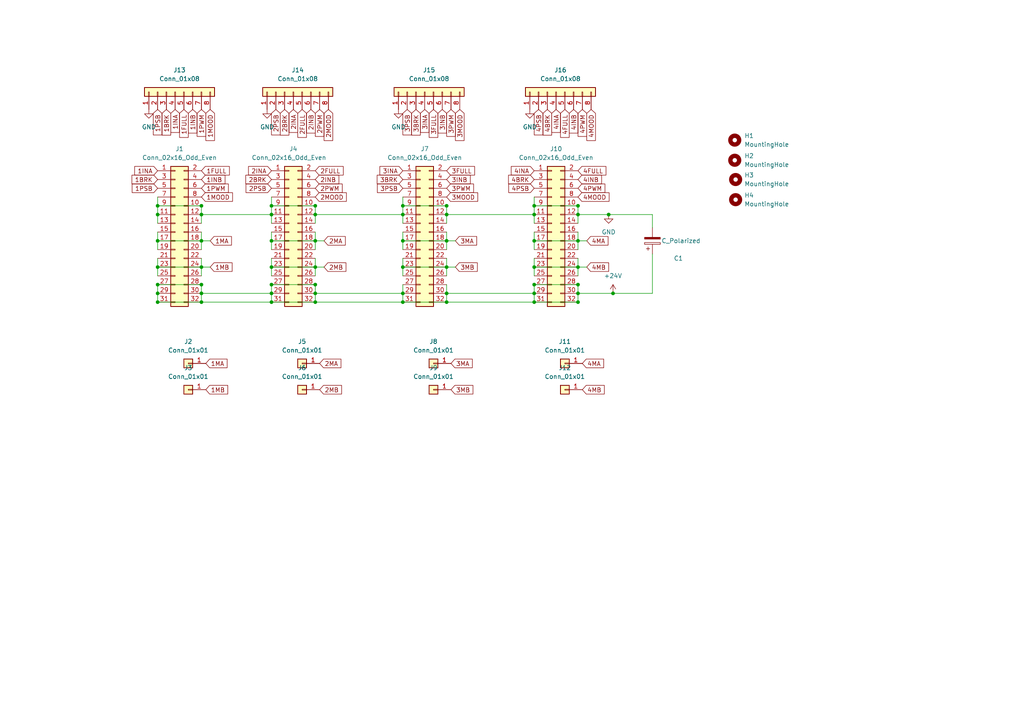
<source format=kicad_sch>
(kicad_sch (version 20211123) (generator eeschema)

  (uuid 15d89920-4467-434a-ba49-42b9f35c4d2b)

  (paper "A4")

  (lib_symbols
    (symbol "Connector_Generic:Conn_01x01" (pin_names (offset 1.016) hide) (in_bom yes) (on_board yes)
      (property "Reference" "J" (id 0) (at 0 2.54 0)
        (effects (font (size 1.27 1.27)))
      )
      (property "Value" "Conn_01x01" (id 1) (at 0 -2.54 0)
        (effects (font (size 1.27 1.27)))
      )
      (property "Footprint" "" (id 2) (at 0 0 0)
        (effects (font (size 1.27 1.27)) hide)
      )
      (property "Datasheet" "~" (id 3) (at 0 0 0)
        (effects (font (size 1.27 1.27)) hide)
      )
      (property "ki_keywords" "connector" (id 4) (at 0 0 0)
        (effects (font (size 1.27 1.27)) hide)
      )
      (property "ki_description" "Generic connector, single row, 01x01, script generated (kicad-library-utils/schlib/autogen/connector/)" (id 5) (at 0 0 0)
        (effects (font (size 1.27 1.27)) hide)
      )
      (property "ki_fp_filters" "Connector*:*_1x??_*" (id 6) (at 0 0 0)
        (effects (font (size 1.27 1.27)) hide)
      )
      (symbol "Conn_01x01_1_1"
        (rectangle (start -1.27 0.127) (end 0 -0.127)
          (stroke (width 0.1524) (type default) (color 0 0 0 0))
          (fill (type none))
        )
        (rectangle (start -1.27 1.27) (end 1.27 -1.27)
          (stroke (width 0.254) (type default) (color 0 0 0 0))
          (fill (type background))
        )
        (pin passive line (at -5.08 0 0) (length 3.81)
          (name "Pin_1" (effects (font (size 1.27 1.27))))
          (number "1" (effects (font (size 1.27 1.27))))
        )
      )
    )
    (symbol "Connector_Generic:Conn_01x08" (pin_names (offset 1.016) hide) (in_bom yes) (on_board yes)
      (property "Reference" "J" (id 0) (at 0 10.16 0)
        (effects (font (size 1.27 1.27)))
      )
      (property "Value" "Conn_01x08" (id 1) (at 0 -12.7 0)
        (effects (font (size 1.27 1.27)))
      )
      (property "Footprint" "" (id 2) (at 0 0 0)
        (effects (font (size 1.27 1.27)) hide)
      )
      (property "Datasheet" "~" (id 3) (at 0 0 0)
        (effects (font (size 1.27 1.27)) hide)
      )
      (property "ki_keywords" "connector" (id 4) (at 0 0 0)
        (effects (font (size 1.27 1.27)) hide)
      )
      (property "ki_description" "Generic connector, single row, 01x08, script generated (kicad-library-utils/schlib/autogen/connector/)" (id 5) (at 0 0 0)
        (effects (font (size 1.27 1.27)) hide)
      )
      (property "ki_fp_filters" "Connector*:*_1x??_*" (id 6) (at 0 0 0)
        (effects (font (size 1.27 1.27)) hide)
      )
      (symbol "Conn_01x08_1_1"
        (rectangle (start -1.27 -10.033) (end 0 -10.287)
          (stroke (width 0.1524) (type default) (color 0 0 0 0))
          (fill (type none))
        )
        (rectangle (start -1.27 -7.493) (end 0 -7.747)
          (stroke (width 0.1524) (type default) (color 0 0 0 0))
          (fill (type none))
        )
        (rectangle (start -1.27 -4.953) (end 0 -5.207)
          (stroke (width 0.1524) (type default) (color 0 0 0 0))
          (fill (type none))
        )
        (rectangle (start -1.27 -2.413) (end 0 -2.667)
          (stroke (width 0.1524) (type default) (color 0 0 0 0))
          (fill (type none))
        )
        (rectangle (start -1.27 0.127) (end 0 -0.127)
          (stroke (width 0.1524) (type default) (color 0 0 0 0))
          (fill (type none))
        )
        (rectangle (start -1.27 2.667) (end 0 2.413)
          (stroke (width 0.1524) (type default) (color 0 0 0 0))
          (fill (type none))
        )
        (rectangle (start -1.27 5.207) (end 0 4.953)
          (stroke (width 0.1524) (type default) (color 0 0 0 0))
          (fill (type none))
        )
        (rectangle (start -1.27 7.747) (end 0 7.493)
          (stroke (width 0.1524) (type default) (color 0 0 0 0))
          (fill (type none))
        )
        (rectangle (start -1.27 8.89) (end 1.27 -11.43)
          (stroke (width 0.254) (type default) (color 0 0 0 0))
          (fill (type background))
        )
        (pin passive line (at -5.08 7.62 0) (length 3.81)
          (name "Pin_1" (effects (font (size 1.27 1.27))))
          (number "1" (effects (font (size 1.27 1.27))))
        )
        (pin passive line (at -5.08 5.08 0) (length 3.81)
          (name "Pin_2" (effects (font (size 1.27 1.27))))
          (number "2" (effects (font (size 1.27 1.27))))
        )
        (pin passive line (at -5.08 2.54 0) (length 3.81)
          (name "Pin_3" (effects (font (size 1.27 1.27))))
          (number "3" (effects (font (size 1.27 1.27))))
        )
        (pin passive line (at -5.08 0 0) (length 3.81)
          (name "Pin_4" (effects (font (size 1.27 1.27))))
          (number "4" (effects (font (size 1.27 1.27))))
        )
        (pin passive line (at -5.08 -2.54 0) (length 3.81)
          (name "Pin_5" (effects (font (size 1.27 1.27))))
          (number "5" (effects (font (size 1.27 1.27))))
        )
        (pin passive line (at -5.08 -5.08 0) (length 3.81)
          (name "Pin_6" (effects (font (size 1.27 1.27))))
          (number "6" (effects (font (size 1.27 1.27))))
        )
        (pin passive line (at -5.08 -7.62 0) (length 3.81)
          (name "Pin_7" (effects (font (size 1.27 1.27))))
          (number "7" (effects (font (size 1.27 1.27))))
        )
        (pin passive line (at -5.08 -10.16 0) (length 3.81)
          (name "Pin_8" (effects (font (size 1.27 1.27))))
          (number "8" (effects (font (size 1.27 1.27))))
        )
      )
    )
    (symbol "Connector_Generic:Conn_02x16_Odd_Even" (pin_names (offset 1.016) hide) (in_bom yes) (on_board yes)
      (property "Reference" "J" (id 0) (at 1.27 20.32 0)
        (effects (font (size 1.27 1.27)))
      )
      (property "Value" "Conn_02x16_Odd_Even" (id 1) (at 1.27 -22.86 0)
        (effects (font (size 1.27 1.27)))
      )
      (property "Footprint" "" (id 2) (at 0 0 0)
        (effects (font (size 1.27 1.27)) hide)
      )
      (property "Datasheet" "~" (id 3) (at 0 0 0)
        (effects (font (size 1.27 1.27)) hide)
      )
      (property "ki_keywords" "connector" (id 4) (at 0 0 0)
        (effects (font (size 1.27 1.27)) hide)
      )
      (property "ki_description" "Generic connector, double row, 02x16, odd/even pin numbering scheme (row 1 odd numbers, row 2 even numbers), script generated (kicad-library-utils/schlib/autogen/connector/)" (id 5) (at 0 0 0)
        (effects (font (size 1.27 1.27)) hide)
      )
      (property "ki_fp_filters" "Connector*:*_2x??_*" (id 6) (at 0 0 0)
        (effects (font (size 1.27 1.27)) hide)
      )
      (symbol "Conn_02x16_Odd_Even_1_1"
        (rectangle (start -1.27 -20.193) (end 0 -20.447)
          (stroke (width 0.1524) (type default) (color 0 0 0 0))
          (fill (type none))
        )
        (rectangle (start -1.27 -17.653) (end 0 -17.907)
          (stroke (width 0.1524) (type default) (color 0 0 0 0))
          (fill (type none))
        )
        (rectangle (start -1.27 -15.113) (end 0 -15.367)
          (stroke (width 0.1524) (type default) (color 0 0 0 0))
          (fill (type none))
        )
        (rectangle (start -1.27 -12.573) (end 0 -12.827)
          (stroke (width 0.1524) (type default) (color 0 0 0 0))
          (fill (type none))
        )
        (rectangle (start -1.27 -10.033) (end 0 -10.287)
          (stroke (width 0.1524) (type default) (color 0 0 0 0))
          (fill (type none))
        )
        (rectangle (start -1.27 -7.493) (end 0 -7.747)
          (stroke (width 0.1524) (type default) (color 0 0 0 0))
          (fill (type none))
        )
        (rectangle (start -1.27 -4.953) (end 0 -5.207)
          (stroke (width 0.1524) (type default) (color 0 0 0 0))
          (fill (type none))
        )
        (rectangle (start -1.27 -2.413) (end 0 -2.667)
          (stroke (width 0.1524) (type default) (color 0 0 0 0))
          (fill (type none))
        )
        (rectangle (start -1.27 0.127) (end 0 -0.127)
          (stroke (width 0.1524) (type default) (color 0 0 0 0))
          (fill (type none))
        )
        (rectangle (start -1.27 2.667) (end 0 2.413)
          (stroke (width 0.1524) (type default) (color 0 0 0 0))
          (fill (type none))
        )
        (rectangle (start -1.27 5.207) (end 0 4.953)
          (stroke (width 0.1524) (type default) (color 0 0 0 0))
          (fill (type none))
        )
        (rectangle (start -1.27 7.747) (end 0 7.493)
          (stroke (width 0.1524) (type default) (color 0 0 0 0))
          (fill (type none))
        )
        (rectangle (start -1.27 10.287) (end 0 10.033)
          (stroke (width 0.1524) (type default) (color 0 0 0 0))
          (fill (type none))
        )
        (rectangle (start -1.27 12.827) (end 0 12.573)
          (stroke (width 0.1524) (type default) (color 0 0 0 0))
          (fill (type none))
        )
        (rectangle (start -1.27 15.367) (end 0 15.113)
          (stroke (width 0.1524) (type default) (color 0 0 0 0))
          (fill (type none))
        )
        (rectangle (start -1.27 17.907) (end 0 17.653)
          (stroke (width 0.1524) (type default) (color 0 0 0 0))
          (fill (type none))
        )
        (rectangle (start -1.27 19.05) (end 3.81 -21.59)
          (stroke (width 0.254) (type default) (color 0 0 0 0))
          (fill (type background))
        )
        (rectangle (start 3.81 -20.193) (end 2.54 -20.447)
          (stroke (width 0.1524) (type default) (color 0 0 0 0))
          (fill (type none))
        )
        (rectangle (start 3.81 -17.653) (end 2.54 -17.907)
          (stroke (width 0.1524) (type default) (color 0 0 0 0))
          (fill (type none))
        )
        (rectangle (start 3.81 -15.113) (end 2.54 -15.367)
          (stroke (width 0.1524) (type default) (color 0 0 0 0))
          (fill (type none))
        )
        (rectangle (start 3.81 -12.573) (end 2.54 -12.827)
          (stroke (width 0.1524) (type default) (color 0 0 0 0))
          (fill (type none))
        )
        (rectangle (start 3.81 -10.033) (end 2.54 -10.287)
          (stroke (width 0.1524) (type default) (color 0 0 0 0))
          (fill (type none))
        )
        (rectangle (start 3.81 -7.493) (end 2.54 -7.747)
          (stroke (width 0.1524) (type default) (color 0 0 0 0))
          (fill (type none))
        )
        (rectangle (start 3.81 -4.953) (end 2.54 -5.207)
          (stroke (width 0.1524) (type default) (color 0 0 0 0))
          (fill (type none))
        )
        (rectangle (start 3.81 -2.413) (end 2.54 -2.667)
          (stroke (width 0.1524) (type default) (color 0 0 0 0))
          (fill (type none))
        )
        (rectangle (start 3.81 0.127) (end 2.54 -0.127)
          (stroke (width 0.1524) (type default) (color 0 0 0 0))
          (fill (type none))
        )
        (rectangle (start 3.81 2.667) (end 2.54 2.413)
          (stroke (width 0.1524) (type default) (color 0 0 0 0))
          (fill (type none))
        )
        (rectangle (start 3.81 5.207) (end 2.54 4.953)
          (stroke (width 0.1524) (type default) (color 0 0 0 0))
          (fill (type none))
        )
        (rectangle (start 3.81 7.747) (end 2.54 7.493)
          (stroke (width 0.1524) (type default) (color 0 0 0 0))
          (fill (type none))
        )
        (rectangle (start 3.81 10.287) (end 2.54 10.033)
          (stroke (width 0.1524) (type default) (color 0 0 0 0))
          (fill (type none))
        )
        (rectangle (start 3.81 12.827) (end 2.54 12.573)
          (stroke (width 0.1524) (type default) (color 0 0 0 0))
          (fill (type none))
        )
        (rectangle (start 3.81 15.367) (end 2.54 15.113)
          (stroke (width 0.1524) (type default) (color 0 0 0 0))
          (fill (type none))
        )
        (rectangle (start 3.81 17.907) (end 2.54 17.653)
          (stroke (width 0.1524) (type default) (color 0 0 0 0))
          (fill (type none))
        )
        (pin passive line (at -5.08 17.78 0) (length 3.81)
          (name "Pin_1" (effects (font (size 1.27 1.27))))
          (number "1" (effects (font (size 1.27 1.27))))
        )
        (pin passive line (at 7.62 7.62 180) (length 3.81)
          (name "Pin_10" (effects (font (size 1.27 1.27))))
          (number "10" (effects (font (size 1.27 1.27))))
        )
        (pin passive line (at -5.08 5.08 0) (length 3.81)
          (name "Pin_11" (effects (font (size 1.27 1.27))))
          (number "11" (effects (font (size 1.27 1.27))))
        )
        (pin passive line (at 7.62 5.08 180) (length 3.81)
          (name "Pin_12" (effects (font (size 1.27 1.27))))
          (number "12" (effects (font (size 1.27 1.27))))
        )
        (pin passive line (at -5.08 2.54 0) (length 3.81)
          (name "Pin_13" (effects (font (size 1.27 1.27))))
          (number "13" (effects (font (size 1.27 1.27))))
        )
        (pin passive line (at 7.62 2.54 180) (length 3.81)
          (name "Pin_14" (effects (font (size 1.27 1.27))))
          (number "14" (effects (font (size 1.27 1.27))))
        )
        (pin passive line (at -5.08 0 0) (length 3.81)
          (name "Pin_15" (effects (font (size 1.27 1.27))))
          (number "15" (effects (font (size 1.27 1.27))))
        )
        (pin passive line (at 7.62 0 180) (length 3.81)
          (name "Pin_16" (effects (font (size 1.27 1.27))))
          (number "16" (effects (font (size 1.27 1.27))))
        )
        (pin passive line (at -5.08 -2.54 0) (length 3.81)
          (name "Pin_17" (effects (font (size 1.27 1.27))))
          (number "17" (effects (font (size 1.27 1.27))))
        )
        (pin passive line (at 7.62 -2.54 180) (length 3.81)
          (name "Pin_18" (effects (font (size 1.27 1.27))))
          (number "18" (effects (font (size 1.27 1.27))))
        )
        (pin passive line (at -5.08 -5.08 0) (length 3.81)
          (name "Pin_19" (effects (font (size 1.27 1.27))))
          (number "19" (effects (font (size 1.27 1.27))))
        )
        (pin passive line (at 7.62 17.78 180) (length 3.81)
          (name "Pin_2" (effects (font (size 1.27 1.27))))
          (number "2" (effects (font (size 1.27 1.27))))
        )
        (pin passive line (at 7.62 -5.08 180) (length 3.81)
          (name "Pin_20" (effects (font (size 1.27 1.27))))
          (number "20" (effects (font (size 1.27 1.27))))
        )
        (pin passive line (at -5.08 -7.62 0) (length 3.81)
          (name "Pin_21" (effects (font (size 1.27 1.27))))
          (number "21" (effects (font (size 1.27 1.27))))
        )
        (pin passive line (at 7.62 -7.62 180) (length 3.81)
          (name "Pin_22" (effects (font (size 1.27 1.27))))
          (number "22" (effects (font (size 1.27 1.27))))
        )
        (pin passive line (at -5.08 -10.16 0) (length 3.81)
          (name "Pin_23" (effects (font (size 1.27 1.27))))
          (number "23" (effects (font (size 1.27 1.27))))
        )
        (pin passive line (at 7.62 -10.16 180) (length 3.81)
          (name "Pin_24" (effects (font (size 1.27 1.27))))
          (number "24" (effects (font (size 1.27 1.27))))
        )
        (pin passive line (at -5.08 -12.7 0) (length 3.81)
          (name "Pin_25" (effects (font (size 1.27 1.27))))
          (number "25" (effects (font (size 1.27 1.27))))
        )
        (pin passive line (at 7.62 -12.7 180) (length 3.81)
          (name "Pin_26" (effects (font (size 1.27 1.27))))
          (number "26" (effects (font (size 1.27 1.27))))
        )
        (pin passive line (at -5.08 -15.24 0) (length 3.81)
          (name "Pin_27" (effects (font (size 1.27 1.27))))
          (number "27" (effects (font (size 1.27 1.27))))
        )
        (pin passive line (at 7.62 -15.24 180) (length 3.81)
          (name "Pin_28" (effects (font (size 1.27 1.27))))
          (number "28" (effects (font (size 1.27 1.27))))
        )
        (pin passive line (at -5.08 -17.78 0) (length 3.81)
          (name "Pin_29" (effects (font (size 1.27 1.27))))
          (number "29" (effects (font (size 1.27 1.27))))
        )
        (pin passive line (at -5.08 15.24 0) (length 3.81)
          (name "Pin_3" (effects (font (size 1.27 1.27))))
          (number "3" (effects (font (size 1.27 1.27))))
        )
        (pin passive line (at 7.62 -17.78 180) (length 3.81)
          (name "Pin_30" (effects (font (size 1.27 1.27))))
          (number "30" (effects (font (size 1.27 1.27))))
        )
        (pin passive line (at -5.08 -20.32 0) (length 3.81)
          (name "Pin_31" (effects (font (size 1.27 1.27))))
          (number "31" (effects (font (size 1.27 1.27))))
        )
        (pin passive line (at 7.62 -20.32 180) (length 3.81)
          (name "Pin_32" (effects (font (size 1.27 1.27))))
          (number "32" (effects (font (size 1.27 1.27))))
        )
        (pin passive line (at 7.62 15.24 180) (length 3.81)
          (name "Pin_4" (effects (font (size 1.27 1.27))))
          (number "4" (effects (font (size 1.27 1.27))))
        )
        (pin passive line (at -5.08 12.7 0) (length 3.81)
          (name "Pin_5" (effects (font (size 1.27 1.27))))
          (number "5" (effects (font (size 1.27 1.27))))
        )
        (pin passive line (at 7.62 12.7 180) (length 3.81)
          (name "Pin_6" (effects (font (size 1.27 1.27))))
          (number "6" (effects (font (size 1.27 1.27))))
        )
        (pin passive line (at -5.08 10.16 0) (length 3.81)
          (name "Pin_7" (effects (font (size 1.27 1.27))))
          (number "7" (effects (font (size 1.27 1.27))))
        )
        (pin passive line (at 7.62 10.16 180) (length 3.81)
          (name "Pin_8" (effects (font (size 1.27 1.27))))
          (number "8" (effects (font (size 1.27 1.27))))
        )
        (pin passive line (at -5.08 7.62 0) (length 3.81)
          (name "Pin_9" (effects (font (size 1.27 1.27))))
          (number "9" (effects (font (size 1.27 1.27))))
        )
      )
    )
    (symbol "Device:C_Polarized" (pin_numbers hide) (pin_names (offset 0.254)) (in_bom yes) (on_board yes)
      (property "Reference" "C" (id 0) (at 0.635 2.54 0)
        (effects (font (size 1.27 1.27)) (justify left))
      )
      (property "Value" "C_Polarized" (id 1) (at 0.635 -2.54 0)
        (effects (font (size 1.27 1.27)) (justify left))
      )
      (property "Footprint" "" (id 2) (at 0.9652 -3.81 0)
        (effects (font (size 1.27 1.27)) hide)
      )
      (property "Datasheet" "~" (id 3) (at 0 0 0)
        (effects (font (size 1.27 1.27)) hide)
      )
      (property "ki_keywords" "cap capacitor" (id 4) (at 0 0 0)
        (effects (font (size 1.27 1.27)) hide)
      )
      (property "ki_description" "Polarized capacitor" (id 5) (at 0 0 0)
        (effects (font (size 1.27 1.27)) hide)
      )
      (property "ki_fp_filters" "CP_*" (id 6) (at 0 0 0)
        (effects (font (size 1.27 1.27)) hide)
      )
      (symbol "C_Polarized_0_1"
        (rectangle (start -2.286 0.508) (end 2.286 1.016)
          (stroke (width 0) (type default) (color 0 0 0 0))
          (fill (type none))
        )
        (polyline
          (pts
            (xy -1.778 2.286)
            (xy -0.762 2.286)
          )
          (stroke (width 0) (type default) (color 0 0 0 0))
          (fill (type none))
        )
        (polyline
          (pts
            (xy -1.27 2.794)
            (xy -1.27 1.778)
          )
          (stroke (width 0) (type default) (color 0 0 0 0))
          (fill (type none))
        )
        (rectangle (start 2.286 -0.508) (end -2.286 -1.016)
          (stroke (width 0) (type default) (color 0 0 0 0))
          (fill (type outline))
        )
      )
      (symbol "C_Polarized_1_1"
        (pin passive line (at 0 3.81 270) (length 2.794)
          (name "~" (effects (font (size 1.27 1.27))))
          (number "1" (effects (font (size 1.27 1.27))))
        )
        (pin passive line (at 0 -3.81 90) (length 2.794)
          (name "~" (effects (font (size 1.27 1.27))))
          (number "2" (effects (font (size 1.27 1.27))))
        )
      )
    )
    (symbol "Mechanical:MountingHole" (pin_names (offset 1.016)) (in_bom yes) (on_board yes)
      (property "Reference" "H" (id 0) (at 0 5.08 0)
        (effects (font (size 1.27 1.27)))
      )
      (property "Value" "MountingHole" (id 1) (at 0 3.175 0)
        (effects (font (size 1.27 1.27)))
      )
      (property "Footprint" "" (id 2) (at 0 0 0)
        (effects (font (size 1.27 1.27)) hide)
      )
      (property "Datasheet" "~" (id 3) (at 0 0 0)
        (effects (font (size 1.27 1.27)) hide)
      )
      (property "ki_keywords" "mounting hole" (id 4) (at 0 0 0)
        (effects (font (size 1.27 1.27)) hide)
      )
      (property "ki_description" "Mounting Hole without connection" (id 5) (at 0 0 0)
        (effects (font (size 1.27 1.27)) hide)
      )
      (property "ki_fp_filters" "MountingHole*" (id 6) (at 0 0 0)
        (effects (font (size 1.27 1.27)) hide)
      )
      (symbol "MountingHole_0_1"
        (circle (center 0 0) (radius 1.27)
          (stroke (width 1.27) (type default) (color 0 0 0 0))
          (fill (type none))
        )
      )
    )
    (symbol "power:+24V" (power) (pin_names (offset 0)) (in_bom yes) (on_board yes)
      (property "Reference" "#PWR" (id 0) (at 0 -3.81 0)
        (effects (font (size 1.27 1.27)) hide)
      )
      (property "Value" "+24V" (id 1) (at 0 3.556 0)
        (effects (font (size 1.27 1.27)))
      )
      (property "Footprint" "" (id 2) (at 0 0 0)
        (effects (font (size 1.27 1.27)) hide)
      )
      (property "Datasheet" "" (id 3) (at 0 0 0)
        (effects (font (size 1.27 1.27)) hide)
      )
      (property "ki_keywords" "power-flag" (id 4) (at 0 0 0)
        (effects (font (size 1.27 1.27)) hide)
      )
      (property "ki_description" "Power symbol creates a global label with name \"+24V\"" (id 5) (at 0 0 0)
        (effects (font (size 1.27 1.27)) hide)
      )
      (symbol "+24V_0_1"
        (polyline
          (pts
            (xy -0.762 1.27)
            (xy 0 2.54)
          )
          (stroke (width 0) (type default) (color 0 0 0 0))
          (fill (type none))
        )
        (polyline
          (pts
            (xy 0 0)
            (xy 0 2.54)
          )
          (stroke (width 0) (type default) (color 0 0 0 0))
          (fill (type none))
        )
        (polyline
          (pts
            (xy 0 2.54)
            (xy 0.762 1.27)
          )
          (stroke (width 0) (type default) (color 0 0 0 0))
          (fill (type none))
        )
      )
      (symbol "+24V_1_1"
        (pin power_in line (at 0 0 90) (length 0) hide
          (name "+24V" (effects (font (size 1.27 1.27))))
          (number "1" (effects (font (size 1.27 1.27))))
        )
      )
    )
    (symbol "power:GND" (power) (pin_names (offset 0)) (in_bom yes) (on_board yes)
      (property "Reference" "#PWR" (id 0) (at 0 -6.35 0)
        (effects (font (size 1.27 1.27)) hide)
      )
      (property "Value" "GND" (id 1) (at 0 -3.81 0)
        (effects (font (size 1.27 1.27)))
      )
      (property "Footprint" "" (id 2) (at 0 0 0)
        (effects (font (size 1.27 1.27)) hide)
      )
      (property "Datasheet" "" (id 3) (at 0 0 0)
        (effects (font (size 1.27 1.27)) hide)
      )
      (property "ki_keywords" "power-flag" (id 4) (at 0 0 0)
        (effects (font (size 1.27 1.27)) hide)
      )
      (property "ki_description" "Power symbol creates a global label with name \"GND\" , ground" (id 5) (at 0 0 0)
        (effects (font (size 1.27 1.27)) hide)
      )
      (symbol "GND_0_1"
        (polyline
          (pts
            (xy 0 0)
            (xy 0 -1.27)
            (xy 1.27 -1.27)
            (xy 0 -2.54)
            (xy -1.27 -1.27)
            (xy 0 -1.27)
          )
          (stroke (width 0) (type default) (color 0 0 0 0))
          (fill (type none))
        )
      )
      (symbol "GND_1_1"
        (pin power_in line (at 0 0 270) (length 0) hide
          (name "GND" (effects (font (size 1.27 1.27))))
          (number "1" (effects (font (size 1.27 1.27))))
        )
      )
    )
  )

  (junction (at 58.42 69.85) (diameter 0) (color 0 0 0 0)
    (uuid 0046df15-8bd2-4dfd-8838-9ab98b306be2)
  )
  (junction (at 91.44 62.23) (diameter 0) (color 0 0 0 0)
    (uuid 0340589b-b40c-49f6-8c11-319da9e5dd92)
  )
  (junction (at 78.74 85.09) (diameter 0) (color 0 0 0 0)
    (uuid 04dfd770-34f1-4213-967b-de9ffeeb052a)
  )
  (junction (at 167.64 87.63) (diameter 0) (color 0 0 0 0)
    (uuid 058e68da-f143-463a-b449-5eba0f4a7010)
  )
  (junction (at 129.54 87.63) (diameter 0) (color 0 0 0 0)
    (uuid 069850ba-50b0-4f42-86d6-33bc877812be)
  )
  (junction (at 58.42 87.63) (diameter 0) (color 0 0 0 0)
    (uuid 0e1174ef-53f1-4bd7-8a72-34a4187a51c8)
  )
  (junction (at 116.84 85.09) (diameter 0) (color 0 0 0 0)
    (uuid 0f17b5c8-11fc-4ee0-bfba-a8b3c7e267a1)
  )
  (junction (at 167.64 85.09) (diameter 0) (color 0 0 0 0)
    (uuid 174988ab-ab9c-4c42-9b38-afe0f914c123)
  )
  (junction (at 58.42 77.47) (diameter 0) (color 0 0 0 0)
    (uuid 191a65d9-d2ca-4d21-91a6-a5c838b3d392)
  )
  (junction (at 45.72 82.55) (diameter 0) (color 0 0 0 0)
    (uuid 1de0cd6d-a287-4783-9965-778367d7647d)
  )
  (junction (at 78.74 69.85) (diameter 0) (color 0 0 0 0)
    (uuid 22cf5d9b-b6a9-4ba6-8db1-1e723c99d296)
  )
  (junction (at 78.74 62.23) (diameter 0) (color 0 0 0 0)
    (uuid 26ccd665-2284-4483-9769-c90a6e03b6ad)
  )
  (junction (at 45.72 87.63) (diameter 0) (color 0 0 0 0)
    (uuid 2f1b22b0-e43f-4e9d-98bb-7c1023f924bf)
  )
  (junction (at 78.74 77.47) (diameter 0) (color 0 0 0 0)
    (uuid 2f461e15-21bb-43e9-b56e-fbef800a9a72)
  )
  (junction (at 129.54 85.09) (diameter 0) (color 0 0 0 0)
    (uuid 31d2b39a-a743-42ce-90d2-e8842fb9df09)
  )
  (junction (at 116.84 69.85) (diameter 0) (color 0 0 0 0)
    (uuid 35b5b347-f1dd-43e9-8945-9222ba2c72a2)
  )
  (junction (at 116.84 87.63) (diameter 0) (color 0 0 0 0)
    (uuid 372f6b37-b19c-48fc-bdb0-9b294622c5a9)
  )
  (junction (at 78.74 87.63) (diameter 0) (color 0 0 0 0)
    (uuid 4104de4b-266f-4483-ad25-50c1afd17738)
  )
  (junction (at 116.84 62.23) (diameter 0) (color 0 0 0 0)
    (uuid 48cbcd02-4398-4f73-965f-13da2038944f)
  )
  (junction (at 154.94 87.63) (diameter 0) (color 0 0 0 0)
    (uuid 49ce2127-53ed-4293-a41c-8540609390bd)
  )
  (junction (at 45.72 77.47) (diameter 0) (color 0 0 0 0)
    (uuid 4de56a2c-fa0d-4a88-aef2-25327b13eb53)
  )
  (junction (at 154.94 85.09) (diameter 0) (color 0 0 0 0)
    (uuid 55ce2949-32c5-4905-b15e-1346f8b2f761)
  )
  (junction (at 91.44 85.09) (diameter 0) (color 0 0 0 0)
    (uuid 563b1eb6-8cd1-489f-bf07-020f9312dc86)
  )
  (junction (at 167.64 69.85) (diameter 0) (color 0 0 0 0)
    (uuid 5b5247a1-d6d6-469d-9661-396f9dc8bc60)
  )
  (junction (at 167.64 82.55) (diameter 0) (color 0 0 0 0)
    (uuid 5f859735-ff79-4251-a56f-c192a2183f4a)
  )
  (junction (at 58.42 62.23) (diameter 0) (color 0 0 0 0)
    (uuid 61fb7f41-f254-4643-a1c2-53b79b3bf3c8)
  )
  (junction (at 45.72 69.85) (diameter 0) (color 0 0 0 0)
    (uuid 62ec67d8-b9e0-4f42-9b86-5637712fd23f)
  )
  (junction (at 116.84 77.47) (diameter 0) (color 0 0 0 0)
    (uuid 6e443be0-c5d2-4032-badb-758d0f790a23)
  )
  (junction (at 167.64 77.47) (diameter 0) (color 0 0 0 0)
    (uuid 70a8e426-18f0-480c-8e1d-f334ac8ee60b)
  )
  (junction (at 45.72 85.09) (diameter 0) (color 0 0 0 0)
    (uuid 8329f7e0-6d15-4d12-a3f1-ad7720cdd29d)
  )
  (junction (at 78.74 82.55) (diameter 0) (color 0 0 0 0)
    (uuid 86957797-b58e-4fb4-812a-064fcc4a5289)
  )
  (junction (at 91.44 82.55) (diameter 0) (color 0 0 0 0)
    (uuid 88c890b5-3a3c-46fd-bd9e-118e9ac4cdce)
  )
  (junction (at 45.72 62.23) (diameter 0) (color 0 0 0 0)
    (uuid 8e611b97-ec35-4a85-89ea-206fb2586264)
  )
  (junction (at 154.94 59.69) (diameter 0) (color 0 0 0 0)
    (uuid 96a181bd-738b-4c68-80a0-d441da1b206b)
  )
  (junction (at 78.74 59.69) (diameter 0) (color 0 0 0 0)
    (uuid 995b5c1d-7034-4a5c-91f2-76acfa9eb46c)
  )
  (junction (at 177.8 85.09) (diameter 0) (color 0 0 0 0)
    (uuid a06777e4-1f49-448c-aab6-000f15da0b2e)
  )
  (junction (at 129.54 77.47) (diameter 0) (color 0 0 0 0)
    (uuid a4a08b8f-15e2-46cb-b6f4-7df86d88d77c)
  )
  (junction (at 91.44 69.85) (diameter 0) (color 0 0 0 0)
    (uuid a4f6d702-8d2b-414d-a20d-dc0888706237)
  )
  (junction (at 129.54 69.85) (diameter 0) (color 0 0 0 0)
    (uuid ada84b9e-f6b0-43ad-b259-bf0c7a58b597)
  )
  (junction (at 91.44 87.63) (diameter 0) (color 0 0 0 0)
    (uuid b163d168-990c-4e4c-b4f3-03a5e6ba99e7)
  )
  (junction (at 129.54 62.23) (diameter 0) (color 0 0 0 0)
    (uuid b47f6f83-6006-4e6e-9f4b-92e68c0fa6a9)
  )
  (junction (at 116.84 59.69) (diameter 0) (color 0 0 0 0)
    (uuid c14eb021-b277-47f6-ba7d-b107272bea72)
  )
  (junction (at 58.42 59.69) (diameter 0) (color 0 0 0 0)
    (uuid c5901f1b-2123-4b75-b91a-5ec24c070345)
  )
  (junction (at 45.72 59.69) (diameter 0) (color 0 0 0 0)
    (uuid c91026d7-71ec-4222-aaf7-976c50ecbba0)
  )
  (junction (at 58.42 82.55) (diameter 0) (color 0 0 0 0)
    (uuid ccacaee3-9275-4ea5-8f9b-3dfb175439be)
  )
  (junction (at 91.44 59.69) (diameter 0) (color 0 0 0 0)
    (uuid d44a53de-edf0-4eaa-b386-a0c034284dab)
  )
  (junction (at 129.54 59.69) (diameter 0) (color 0 0 0 0)
    (uuid d616bfb0-27bb-448a-b60f-62c356e27085)
  )
  (junction (at 91.44 77.47) (diameter 0) (color 0 0 0 0)
    (uuid d903389d-3faa-493e-ac47-c268655e98d3)
  )
  (junction (at 176.53 62.23) (diameter 0) (color 0 0 0 0)
    (uuid d92a5f7a-98be-4552-9522-5744118aaa5d)
  )
  (junction (at 58.42 85.09) (diameter 0) (color 0 0 0 0)
    (uuid d9baa658-ec44-4604-a6a8-6d726ceafa3a)
  )
  (junction (at 154.94 82.55) (diameter 0) (color 0 0 0 0)
    (uuid db3487a9-f691-4c29-8068-c9e552959bef)
  )
  (junction (at 167.64 62.23) (diameter 0) (color 0 0 0 0)
    (uuid dcdd22a2-9ff2-449a-acb7-ec4cfda7b309)
  )
  (junction (at 154.94 62.23) (diameter 0) (color 0 0 0 0)
    (uuid dd11ca40-3220-4c93-94d8-70b0e5ae0abe)
  )
  (junction (at 154.94 77.47) (diameter 0) (color 0 0 0 0)
    (uuid f40566e4-f6f2-418b-a0b1-59cfc4948853)
  )
  (junction (at 154.94 69.85) (diameter 0) (color 0 0 0 0)
    (uuid fe3d2dda-91aa-4eea-a0d7-03ce81ccb764)
  )
  (junction (at 167.64 59.69) (diameter 0) (color 0 0 0 0)
    (uuid ffcee585-c46a-4a2b-99a8-4c60c9b567cf)
  )

  (wire (pts (xy 189.23 85.09) (xy 177.8 85.09))
    (stroke (width 0) (type default) (color 0 0 0 0))
    (uuid 00e24fe6-d571-4b84-b532-747990f73eb9)
  )
  (wire (pts (xy 78.74 82.55) (xy 78.74 85.09))
    (stroke (width 0) (type default) (color 0 0 0 0))
    (uuid 05001548-b6c2-4fb8-b48e-1bda1aca10d6)
  )
  (wire (pts (xy 116.84 57.15) (xy 116.84 59.69))
    (stroke (width 0) (type default) (color 0 0 0 0))
    (uuid 071b6ce8-76d7-40e6-93e3-617c4efb333f)
  )
  (wire (pts (xy 91.44 87.63) (xy 78.74 87.63))
    (stroke (width 0) (type default) (color 0 0 0 0))
    (uuid 07f3f6d9-eee9-4cec-9ffe-f2bbea5e9ef6)
  )
  (wire (pts (xy 58.42 77.47) (xy 60.96 77.47))
    (stroke (width 0) (type default) (color 0 0 0 0))
    (uuid 09235be5-e1d5-406f-8fcf-6d6050d9438c)
  )
  (wire (pts (xy 78.74 62.23) (xy 78.74 64.77))
    (stroke (width 0) (type default) (color 0 0 0 0))
    (uuid 0a0ee6aa-112d-4d19-bf80-719ee09420d1)
  )
  (wire (pts (xy 129.54 77.47) (xy 132.08 77.47))
    (stroke (width 0) (type default) (color 0 0 0 0))
    (uuid 0ae0a102-2b47-484c-8e83-a5fb880c8ab0)
  )
  (wire (pts (xy 116.84 77.47) (xy 116.84 80.01))
    (stroke (width 0) (type default) (color 0 0 0 0))
    (uuid 104e5e20-d03e-474c-9aea-8c2607fc9882)
  )
  (wire (pts (xy 154.94 59.69) (xy 167.64 59.69))
    (stroke (width 0) (type default) (color 0 0 0 0))
    (uuid 11df0a22-8721-4ebd-ade0-a493afd4a80e)
  )
  (wire (pts (xy 167.64 62.23) (xy 176.53 62.23))
    (stroke (width 0) (type default) (color 0 0 0 0))
    (uuid 13d4249c-e4c1-4ac9-802b-1e9fe01cdff3)
  )
  (wire (pts (xy 58.42 85.09) (xy 58.42 87.63))
    (stroke (width 0) (type default) (color 0 0 0 0))
    (uuid 1cda1a9e-93b2-4ec9-be4e-272020579fef)
  )
  (wire (pts (xy 45.72 59.69) (xy 45.72 62.23))
    (stroke (width 0) (type default) (color 0 0 0 0))
    (uuid 21fffb23-155f-49ac-868d-4068d3cc7364)
  )
  (wire (pts (xy 129.54 67.31) (xy 129.54 69.85))
    (stroke (width 0) (type default) (color 0 0 0 0))
    (uuid 225b973e-1e61-4c4d-9e8b-575512688700)
  )
  (wire (pts (xy 45.72 67.31) (xy 45.72 69.85))
    (stroke (width 0) (type default) (color 0 0 0 0))
    (uuid 2343aa21-c65c-4444-8bf0-c9f55b610fcf)
  )
  (wire (pts (xy 91.44 87.63) (xy 116.84 87.63))
    (stroke (width 0) (type default) (color 0 0 0 0))
    (uuid 2368e33c-2176-47c4-8740-362251675873)
  )
  (wire (pts (xy 58.42 59.69) (xy 58.42 62.23))
    (stroke (width 0) (type default) (color 0 0 0 0))
    (uuid 2494dadd-35a6-4d1b-90f6-549164f106df)
  )
  (wire (pts (xy 78.74 59.69) (xy 91.44 59.69))
    (stroke (width 0) (type default) (color 0 0 0 0))
    (uuid 2a19580a-7d90-49e3-80ac-2cfa78fb1350)
  )
  (wire (pts (xy 91.44 85.09) (xy 116.84 85.09))
    (stroke (width 0) (type default) (color 0 0 0 0))
    (uuid 2a9bc78b-ee6d-4676-8b58-9c79ca09897c)
  )
  (wire (pts (xy 154.94 69.85) (xy 167.64 69.85))
    (stroke (width 0) (type default) (color 0 0 0 0))
    (uuid 2e7824eb-2559-4c84-a9f2-d0e10e65f304)
  )
  (wire (pts (xy 45.72 77.47) (xy 45.72 80.01))
    (stroke (width 0) (type default) (color 0 0 0 0))
    (uuid 337b361a-82ab-4eae-9a43-47dc9e265fb6)
  )
  (wire (pts (xy 116.84 82.55) (xy 116.84 85.09))
    (stroke (width 0) (type default) (color 0 0 0 0))
    (uuid 3688d847-544a-40a9-9442-752dfebdf2ee)
  )
  (wire (pts (xy 129.54 59.69) (xy 129.54 62.23))
    (stroke (width 0) (type default) (color 0 0 0 0))
    (uuid 37115da1-1c26-4c56-8543-45d7f23b8ab2)
  )
  (wire (pts (xy 129.54 69.85) (xy 132.08 69.85))
    (stroke (width 0) (type default) (color 0 0 0 0))
    (uuid 3782551c-e97f-42d8-b505-75d63de700ed)
  )
  (wire (pts (xy 129.54 74.93) (xy 129.54 77.47))
    (stroke (width 0) (type default) (color 0 0 0 0))
    (uuid 3ef0bad5-5ecb-4264-97df-ad035d7820bf)
  )
  (wire (pts (xy 91.44 69.85) (xy 93.98 69.85))
    (stroke (width 0) (type default) (color 0 0 0 0))
    (uuid 407be057-ee10-44e7-8ad9-cec692203534)
  )
  (wire (pts (xy 167.64 69.85) (xy 170.18 69.85))
    (stroke (width 0) (type default) (color 0 0 0 0))
    (uuid 42931642-eb3b-477d-86ec-8f35ea7db1fc)
  )
  (wire (pts (xy 167.64 59.69) (xy 167.64 62.23))
    (stroke (width 0) (type default) (color 0 0 0 0))
    (uuid 443c40ec-bfac-46cb-80cf-37879db1e026)
  )
  (wire (pts (xy 167.64 77.47) (xy 170.18 77.47))
    (stroke (width 0) (type default) (color 0 0 0 0))
    (uuid 44537110-c70c-4bb5-ab9d-7e8e241095b4)
  )
  (wire (pts (xy 129.54 77.47) (xy 129.54 80.01))
    (stroke (width 0) (type default) (color 0 0 0 0))
    (uuid 4464f5bb-a0ce-4da9-bf7e-1f93e492ad7c)
  )
  (wire (pts (xy 167.64 82.55) (xy 167.64 85.09))
    (stroke (width 0) (type default) (color 0 0 0 0))
    (uuid 4c509cde-dd25-459c-a16b-8ad60cd14e7b)
  )
  (wire (pts (xy 116.84 62.23) (xy 116.84 64.77))
    (stroke (width 0) (type default) (color 0 0 0 0))
    (uuid 4c9e240a-9327-4cf6-b4d7-8836b7d5b3e7)
  )
  (wire (pts (xy 58.42 69.85) (xy 58.42 72.39))
    (stroke (width 0) (type default) (color 0 0 0 0))
    (uuid 4f579b59-0736-41b7-84cb-33ef2b600976)
  )
  (wire (pts (xy 91.44 77.47) (xy 93.98 77.47))
    (stroke (width 0) (type default) (color 0 0 0 0))
    (uuid 504a29c2-6794-48f8-bbee-de702025461f)
  )
  (wire (pts (xy 91.44 82.55) (xy 91.44 85.09))
    (stroke (width 0) (type default) (color 0 0 0 0))
    (uuid 544e77eb-7d4f-4200-874c-a870b42a9b1c)
  )
  (wire (pts (xy 45.72 57.15) (xy 45.72 59.69))
    (stroke (width 0) (type default) (color 0 0 0 0))
    (uuid 544fb761-70a5-438c-a375-0ad11156fa4d)
  )
  (wire (pts (xy 91.44 62.23) (xy 91.44 64.77))
    (stroke (width 0) (type default) (color 0 0 0 0))
    (uuid 565316ab-e52a-4501-be8d-1a1184d2e47e)
  )
  (wire (pts (xy 167.64 74.93) (xy 167.64 77.47))
    (stroke (width 0) (type default) (color 0 0 0 0))
    (uuid 585eb414-96d3-4957-80db-583eb883d979)
  )
  (wire (pts (xy 167.64 85.09) (xy 177.8 85.09))
    (stroke (width 0) (type default) (color 0 0 0 0))
    (uuid 58b9deee-4f6d-4948-b429-780ad453026e)
  )
  (wire (pts (xy 78.74 74.93) (xy 78.74 77.47))
    (stroke (width 0) (type default) (color 0 0 0 0))
    (uuid 61a3378a-7417-49e2-932a-fb96a7d829e3)
  )
  (wire (pts (xy 129.54 85.09) (xy 129.54 87.63))
    (stroke (width 0) (type default) (color 0 0 0 0))
    (uuid 6284c6a6-5fcc-468c-9769-0974e2b95e50)
  )
  (wire (pts (xy 116.84 67.31) (xy 116.84 69.85))
    (stroke (width 0) (type default) (color 0 0 0 0))
    (uuid 65667d25-27ee-4e7a-b265-d3a096a9279f)
  )
  (wire (pts (xy 91.44 62.23) (xy 116.84 62.23))
    (stroke (width 0) (type default) (color 0 0 0 0))
    (uuid 686c072f-cdaa-43ec-b45e-f21a04cb5edf)
  )
  (wire (pts (xy 45.72 87.63) (xy 58.42 87.63))
    (stroke (width 0) (type default) (color 0 0 0 0))
    (uuid 69567cd5-22b0-4091-acb6-f99b9328a043)
  )
  (wire (pts (xy 91.44 77.47) (xy 91.44 80.01))
    (stroke (width 0) (type default) (color 0 0 0 0))
    (uuid 698efefa-842a-435e-8c7c-d7d670955b23)
  )
  (wire (pts (xy 45.72 82.55) (xy 45.72 85.09))
    (stroke (width 0) (type default) (color 0 0 0 0))
    (uuid 69b916a2-6f02-4ea0-9bac-7673b509dc52)
  )
  (wire (pts (xy 91.44 69.85) (xy 91.44 72.39))
    (stroke (width 0) (type default) (color 0 0 0 0))
    (uuid 70336295-583c-4dbc-9335-fdc839e6c56c)
  )
  (wire (pts (xy 129.54 87.63) (xy 154.94 87.63))
    (stroke (width 0) (type default) (color 0 0 0 0))
    (uuid 71950f3a-aeb0-4c17-9c16-ca0eedace2ac)
  )
  (wire (pts (xy 91.44 67.31) (xy 91.44 69.85))
    (stroke (width 0) (type default) (color 0 0 0 0))
    (uuid 7a8dda98-22cb-4eb3-b76e-5e725c3b5e11)
  )
  (wire (pts (xy 45.72 74.93) (xy 45.72 77.47))
    (stroke (width 0) (type default) (color 0 0 0 0))
    (uuid 7abddcf2-04f3-4652-8734-77321dddaa3b)
  )
  (wire (pts (xy 58.42 69.85) (xy 60.96 69.85))
    (stroke (width 0) (type default) (color 0 0 0 0))
    (uuid 7cada090-6340-4143-a46a-2a8ad18adb46)
  )
  (wire (pts (xy 116.84 59.69) (xy 116.84 62.23))
    (stroke (width 0) (type default) (color 0 0 0 0))
    (uuid 803228bf-11ee-4dab-a4ff-2bf66f243633)
  )
  (wire (pts (xy 58.42 62.23) (xy 78.74 62.23))
    (stroke (width 0) (type default) (color 0 0 0 0))
    (uuid 8a7d2ecf-4c9a-4cbe-a48f-35d70653bc3b)
  )
  (wire (pts (xy 189.23 73.66) (xy 189.23 85.09))
    (stroke (width 0) (type default) (color 0 0 0 0))
    (uuid 8adc7bf2-170d-4726-8250-5279c5c91f86)
  )
  (wire (pts (xy 91.44 59.69) (xy 91.44 62.23))
    (stroke (width 0) (type default) (color 0 0 0 0))
    (uuid 8d4b0cdc-330e-4fb7-a1f4-d15f4d7446ad)
  )
  (wire (pts (xy 154.94 67.31) (xy 154.94 69.85))
    (stroke (width 0) (type default) (color 0 0 0 0))
    (uuid 91ebfed1-fdf9-45d4-81fa-e6a7b2429d00)
  )
  (wire (pts (xy 129.54 69.85) (xy 129.54 72.39))
    (stroke (width 0) (type default) (color 0 0 0 0))
    (uuid 93df384f-81a1-40d5-9305-0bddcf5d308c)
  )
  (wire (pts (xy 189.23 62.23) (xy 189.23 66.04))
    (stroke (width 0) (type default) (color 0 0 0 0))
    (uuid 959a63d5-bf49-4f44-b18b-f10077ffdb49)
  )
  (wire (pts (xy 78.74 69.85) (xy 91.44 69.85))
    (stroke (width 0) (type default) (color 0 0 0 0))
    (uuid 95ad74b6-6554-4331-9624-965a0b6d2116)
  )
  (wire (pts (xy 154.94 77.47) (xy 154.94 80.01))
    (stroke (width 0) (type default) (color 0 0 0 0))
    (uuid 95d93e66-49c2-490b-ab3b-7e2ed9ec6430)
  )
  (wire (pts (xy 78.74 57.15) (xy 78.74 59.69))
    (stroke (width 0) (type default) (color 0 0 0 0))
    (uuid 97253526-6846-41ae-b00d-bb7177a2d86e)
  )
  (wire (pts (xy 116.84 87.63) (xy 129.54 87.63))
    (stroke (width 0) (type default) (color 0 0 0 0))
    (uuid 9abcbaaa-28ee-4bfc-83fd-c6ef3e1a9d7a)
  )
  (wire (pts (xy 167.64 62.23) (xy 167.64 64.77))
    (stroke (width 0) (type default) (color 0 0 0 0))
    (uuid 9b9bf92b-6b18-4374-acff-63c534576724)
  )
  (wire (pts (xy 116.84 74.93) (xy 116.84 77.47))
    (stroke (width 0) (type default) (color 0 0 0 0))
    (uuid 9bf5aeed-c2bc-4785-b198-e2f9a18d8fbf)
  )
  (wire (pts (xy 58.42 87.63) (xy 78.74 87.63))
    (stroke (width 0) (type default) (color 0 0 0 0))
    (uuid 9c44ce14-7f24-4bc8-a69c-32c3bc504b10)
  )
  (wire (pts (xy 45.72 62.23) (xy 45.72 64.77))
    (stroke (width 0) (type default) (color 0 0 0 0))
    (uuid 9cb49a83-88d7-4a68-bc07-3c3b368f8135)
  )
  (wire (pts (xy 45.72 69.85) (xy 45.72 72.39))
    (stroke (width 0) (type default) (color 0 0 0 0))
    (uuid 9fcbe2d2-29c4-4137-a387-b60cb9071ef4)
  )
  (wire (pts (xy 58.42 74.93) (xy 58.42 77.47))
    (stroke (width 0) (type default) (color 0 0 0 0))
    (uuid a03729d8-fda5-41c7-a28a-ce7dfe80e35a)
  )
  (wire (pts (xy 58.42 62.23) (xy 58.42 64.77))
    (stroke (width 0) (type default) (color 0 0 0 0))
    (uuid aa9823d9-efcb-4f3b-bec9-5d285fd86152)
  )
  (wire (pts (xy 116.84 77.47) (xy 129.54 77.47))
    (stroke (width 0) (type default) (color 0 0 0 0))
    (uuid ac1b2013-04e0-4757-aa88-6fd4851ccab3)
  )
  (wire (pts (xy 78.74 59.69) (xy 78.74 62.23))
    (stroke (width 0) (type default) (color 0 0 0 0))
    (uuid ac60f2f4-0fcd-42c8-9a6a-4edf59e843f6)
  )
  (wire (pts (xy 91.44 85.09) (xy 91.44 87.63))
    (stroke (width 0) (type default) (color 0 0 0 0))
    (uuid ad8d480c-cefc-4601-9e7f-53315e0f1200)
  )
  (wire (pts (xy 78.74 77.47) (xy 78.74 80.01))
    (stroke (width 0) (type default) (color 0 0 0 0))
    (uuid b3c439c7-616f-4d13-bc37-f8b01d669423)
  )
  (wire (pts (xy 45.72 69.85) (xy 58.42 69.85))
    (stroke (width 0) (type default) (color 0 0 0 0))
    (uuid b4728b7d-91cb-434f-ac44-6617d638d713)
  )
  (wire (pts (xy 78.74 85.09) (xy 78.74 87.63))
    (stroke (width 0) (type default) (color 0 0 0 0))
    (uuid bc3e26e0-93b9-4b63-b401-989512d59840)
  )
  (wire (pts (xy 78.74 77.47) (xy 91.44 77.47))
    (stroke (width 0) (type default) (color 0 0 0 0))
    (uuid bcde4806-d80c-4023-877b-f0c34e4cfa41)
  )
  (wire (pts (xy 154.94 85.09) (xy 154.94 87.63))
    (stroke (width 0) (type default) (color 0 0 0 0))
    (uuid bd16827f-a116-43fc-afed-6c91f328f69f)
  )
  (wire (pts (xy 116.84 59.69) (xy 129.54 59.69))
    (stroke (width 0) (type default) (color 0 0 0 0))
    (uuid bfdc51af-cc2c-497a-b95f-5250ae08f349)
  )
  (wire (pts (xy 78.74 69.85) (xy 78.74 72.39))
    (stroke (width 0) (type default) (color 0 0 0 0))
    (uuid c0aa85fd-64e3-473c-aa23-786841f60b4e)
  )
  (wire (pts (xy 58.42 85.09) (xy 78.74 85.09))
    (stroke (width 0) (type default) (color 0 0 0 0))
    (uuid c4de18dd-1df4-411d-8417-46e6279737f1)
  )
  (wire (pts (xy 167.64 77.47) (xy 167.64 80.01))
    (stroke (width 0) (type default) (color 0 0 0 0))
    (uuid c4fa5bee-49bb-4445-a38e-18a0bb5c352c)
  )
  (wire (pts (xy 154.94 77.47) (xy 167.64 77.47))
    (stroke (width 0) (type default) (color 0 0 0 0))
    (uuid c69f102c-e837-48ab-a86c-62861986704a)
  )
  (wire (pts (xy 167.64 67.31) (xy 167.64 69.85))
    (stroke (width 0) (type default) (color 0 0 0 0))
    (uuid c73cd5e0-b250-4a7f-9b05-1e325a2e09d0)
  )
  (wire (pts (xy 129.54 85.09) (xy 154.94 85.09))
    (stroke (width 0) (type default) (color 0 0 0 0))
    (uuid c7528374-0d52-44b0-97dd-e4c139a18c4b)
  )
  (wire (pts (xy 154.94 62.23) (xy 154.94 64.77))
    (stroke (width 0) (type default) (color 0 0 0 0))
    (uuid cc4f69b1-b068-48ff-83d0-d09cf3a4485b)
  )
  (wire (pts (xy 154.94 87.63) (xy 167.64 87.63))
    (stroke (width 0) (type default) (color 0 0 0 0))
    (uuid cc96af09-12e2-4126-8de5-1432c78dad1b)
  )
  (wire (pts (xy 78.74 82.55) (xy 91.44 82.55))
    (stroke (width 0) (type default) (color 0 0 0 0))
    (uuid d0914e5d-9319-4456-9994-772ed56a3b8b)
  )
  (wire (pts (xy 176.53 62.23) (xy 189.23 62.23))
    (stroke (width 0) (type default) (color 0 0 0 0))
    (uuid d1272fa5-14ba-4ea3-9246-c92e0b4a5e1d)
  )
  (wire (pts (xy 116.84 69.85) (xy 116.84 72.39))
    (stroke (width 0) (type default) (color 0 0 0 0))
    (uuid d54fce15-f6c1-4c05-834b-d083834879e8)
  )
  (wire (pts (xy 129.54 62.23) (xy 129.54 64.77))
    (stroke (width 0) (type default) (color 0 0 0 0))
    (uuid d5ddbce1-24bb-4be0-b418-63ae77ed6a96)
  )
  (wire (pts (xy 58.42 67.31) (xy 58.42 69.85))
    (stroke (width 0) (type default) (color 0 0 0 0))
    (uuid d71a281a-6dcc-459f-99f7-4a0ceea0c0a3)
  )
  (wire (pts (xy 116.84 85.09) (xy 116.84 87.63))
    (stroke (width 0) (type default) (color 0 0 0 0))
    (uuid d8c509fc-3a82-4434-aa15-ee6ba3d91d6f)
  )
  (wire (pts (xy 167.64 85.09) (xy 167.64 87.63))
    (stroke (width 0) (type default) (color 0 0 0 0))
    (uuid d9439823-c3a3-4d52-9c0a-59e987b0428b)
  )
  (wire (pts (xy 154.94 69.85) (xy 154.94 72.39))
    (stroke (width 0) (type default) (color 0 0 0 0))
    (uuid e4ba26a4-16d3-4bbf-b475-4ba1a370e173)
  )
  (wire (pts (xy 45.72 85.09) (xy 45.72 87.63))
    (stroke (width 0) (type default) (color 0 0 0 0))
    (uuid e51578ff-bf27-492a-af22-2fb9fed0a7c5)
  )
  (wire (pts (xy 91.44 74.93) (xy 91.44 77.47))
    (stroke (width 0) (type default) (color 0 0 0 0))
    (uuid e5b6f839-baf1-4f4b-8458-4a378663979e)
  )
  (wire (pts (xy 154.94 57.15) (xy 154.94 59.69))
    (stroke (width 0) (type default) (color 0 0 0 0))
    (uuid e5c971cf-c8eb-49a0-8626-dcc038a1e2f0)
  )
  (wire (pts (xy 167.64 69.85) (xy 167.64 72.39))
    (stroke (width 0) (type default) (color 0 0 0 0))
    (uuid e73d0e10-9d3a-4327-93ab-0cbf37d432f7)
  )
  (wire (pts (xy 58.42 77.47) (xy 58.42 80.01))
    (stroke (width 0) (type default) (color 0 0 0 0))
    (uuid e7a4490f-0d7b-4b30-8527-59ab0f5f36d9)
  )
  (wire (pts (xy 116.84 69.85) (xy 129.54 69.85))
    (stroke (width 0) (type default) (color 0 0 0 0))
    (uuid e7f06d96-8127-41b3-b6d1-1cbafe2bf241)
  )
  (wire (pts (xy 129.54 62.23) (xy 154.94 62.23))
    (stroke (width 0) (type default) (color 0 0 0 0))
    (uuid f0b44e33-c53b-4352-a07e-e4d8fdaf04b2)
  )
  (wire (pts (xy 45.72 82.55) (xy 58.42 82.55))
    (stroke (width 0) (type default) (color 0 0 0 0))
    (uuid f2ad000c-bb15-4d5b-bc60-6f0075017faf)
  )
  (wire (pts (xy 154.94 59.69) (xy 154.94 62.23))
    (stroke (width 0) (type default) (color 0 0 0 0))
    (uuid f342c610-4b8e-402c-ae24-b2a8233774a8)
  )
  (wire (pts (xy 154.94 74.93) (xy 154.94 77.47))
    (stroke (width 0) (type default) (color 0 0 0 0))
    (uuid f5de110b-e57c-43bf-8a56-a10b17d22e97)
  )
  (wire (pts (xy 58.42 82.55) (xy 58.42 85.09))
    (stroke (width 0) (type default) (color 0 0 0 0))
    (uuid f913c2b0-8cdb-41a8-8053-53dba0198408)
  )
  (wire (pts (xy 154.94 82.55) (xy 154.94 85.09))
    (stroke (width 0) (type default) (color 0 0 0 0))
    (uuid fa79d82f-5b0c-4d41-90a2-51ff7e0cad13)
  )
  (wire (pts (xy 154.94 82.55) (xy 167.64 82.55))
    (stroke (width 0) (type default) (color 0 0 0 0))
    (uuid fadbd032-32fb-407a-9170-3ef9f58b69f1)
  )
  (wire (pts (xy 78.74 67.31) (xy 78.74 69.85))
    (stroke (width 0) (type default) (color 0 0 0 0))
    (uuid fb279540-66b3-4b12-beed-313c079d27b2)
  )
  (wire (pts (xy 45.72 59.69) (xy 58.42 59.69))
    (stroke (width 0) (type default) (color 0 0 0 0))
    (uuid fb3402de-7fe0-4052-8ab9-30cb397a1b77)
  )
  (wire (pts (xy 129.54 82.55) (xy 129.54 85.09))
    (stroke (width 0) (type default) (color 0 0 0 0))
    (uuid fca10b26-4793-4ec0-afe4-94c3405a0e58)
  )
  (wire (pts (xy 45.72 77.47) (xy 58.42 77.47))
    (stroke (width 0) (type default) (color 0 0 0 0))
    (uuid ff127b18-e97d-488a-b432-82160aa42f65)
  )

  (global_label "1BRK" (shape input) (at 48.26 31.75 270) (fields_autoplaced)
    (effects (font (size 1.27 1.27)) (justify right))
    (uuid 06dba24f-07a6-4913-8212-59e018327e17)
    (property "シート間のリファレンス" "${INTERSHEET_REFS}" (id 0) (at 48.3394 39.1826 90)
      (effects (font (size 1.27 1.27)) (justify right) hide)
    )
  )
  (global_label "2MOOD" (shape input) (at 95.25 31.75 270) (fields_autoplaced)
    (effects (font (size 1.27 1.27)) (justify right))
    (uuid 0b95ecf8-f8bf-41bb-b42c-a8a41b6e7c37)
    (property "シート間のリファレンス" "${INTERSHEET_REFS}" (id 0) (at 95.3294 40.755 90)
      (effects (font (size 1.27 1.27)) (justify right) hide)
    )
  )
  (global_label "3PSB" (shape input) (at 116.84 54.61 180) (fields_autoplaced)
    (effects (font (size 1.27 1.27)) (justify right))
    (uuid 0e8d5241-65b0-4c4a-86cb-54de7e70b3ce)
    (property "シート間のリファレンス" "${INTERSHEET_REFS}" (id 0) (at 109.4679 54.6894 0)
      (effects (font (size 1.27 1.27)) (justify right) hide)
    )
  )
  (global_label "1FULL" (shape input) (at 53.34 31.75 270) (fields_autoplaced)
    (effects (font (size 1.27 1.27)) (justify right))
    (uuid 186b4bca-f060-4ab5-b3c8-29cb4d51e709)
    (property "シート間のリファレンス" "${INTERSHEET_REFS}" (id 0) (at 53.2606 39.8479 90)
      (effects (font (size 1.27 1.27)) (justify right) hide)
    )
  )
  (global_label "3PWM" (shape input) (at 130.81 31.75 270) (fields_autoplaced)
    (effects (font (size 1.27 1.27)) (justify right))
    (uuid 1af590ac-cc83-420c-86e0-7c1736897032)
    (property "シート間のリファレンス" "${INTERSHEET_REFS}" (id 0) (at 130.7306 39.5455 90)
      (effects (font (size 1.27 1.27)) (justify right) hide)
    )
  )
  (global_label "2INB" (shape input) (at 91.44 52.07 0) (fields_autoplaced)
    (effects (font (size 1.27 1.27)) (justify left))
    (uuid 1c09e9ab-062b-4770-a78b-aede0062dc1a)
    (property "シート間のリファレンス" "${INTERSHEET_REFS}" (id 0) (at 98.2679 52.1494 0)
      (effects (font (size 1.27 1.27)) (justify left) hide)
    )
  )
  (global_label "3PSB" (shape input) (at 118.11 31.75 270) (fields_autoplaced)
    (effects (font (size 1.27 1.27)) (justify right))
    (uuid 1d9e57ee-0441-4439-96ee-4feb73765602)
    (property "シート間のリファレンス" "${INTERSHEET_REFS}" (id 0) (at 118.1894 39.1221 90)
      (effects (font (size 1.27 1.27)) (justify right) hide)
    )
  )
  (global_label "1BRK" (shape input) (at 45.72 52.07 180) (fields_autoplaced)
    (effects (font (size 1.27 1.27)) (justify right))
    (uuid 23a81542-88eb-4ba0-ac8f-dfb8c4632257)
    (property "シート間のリファレンス" "${INTERSHEET_REFS}" (id 0) (at 38.2874 52.1494 0)
      (effects (font (size 1.27 1.27)) (justify right) hide)
    )
  )
  (global_label "3FULL" (shape input) (at 125.73 31.75 270) (fields_autoplaced)
    (effects (font (size 1.27 1.27)) (justify right))
    (uuid 23b15312-5813-464e-8c5c-0f176a7b403f)
    (property "シート間のリファレンス" "${INTERSHEET_REFS}" (id 0) (at 125.6506 39.8479 90)
      (effects (font (size 1.27 1.27)) (justify right) hide)
    )
  )
  (global_label "1INB" (shape input) (at 55.88 31.75 270) (fields_autoplaced)
    (effects (font (size 1.27 1.27)) (justify right))
    (uuid 23e463b2-c36a-44f6-803d-d2108712d290)
    (property "シート間のリファレンス" "${INTERSHEET_REFS}" (id 0) (at 55.8006 38.5779 90)
      (effects (font (size 1.27 1.27)) (justify right) hide)
    )
  )
  (global_label "1PWM" (shape input) (at 58.42 54.61 0) (fields_autoplaced)
    (effects (font (size 1.27 1.27)) (justify left))
    (uuid 258e5f52-bb6a-4f05-a1b4-f212e5df62a0)
    (property "シート間のリファレンス" "${INTERSHEET_REFS}" (id 0) (at 66.2155 54.6894 0)
      (effects (font (size 1.27 1.27)) (justify left) hide)
    )
  )
  (global_label "1MB" (shape input) (at 60.96 77.47 0) (fields_autoplaced)
    (effects (font (size 1.27 1.27)) (justify left))
    (uuid 263db3ca-102a-43e6-aecf-7d11bae52cc1)
    (property "シート間のリファレンス" "${INTERSHEET_REFS}" (id 0) (at 67.3041 77.3906 0)
      (effects (font (size 1.27 1.27)) (justify left) hide)
    )
  )
  (global_label "1MB" (shape input) (at 59.69 113.03 0) (fields_autoplaced)
    (effects (font (size 1.27 1.27)) (justify left))
    (uuid 2fd158fe-b141-431a-a8f8-7cea1b7d55cd)
    (property "シート間のリファレンス" "${INTERSHEET_REFS}" (id 0) (at 66.0341 112.9506 0)
      (effects (font (size 1.27 1.27)) (justify left) hide)
    )
  )
  (global_label "2FULL" (shape input) (at 91.44 49.53 0) (fields_autoplaced)
    (effects (font (size 1.27 1.27)) (justify left))
    (uuid 3256f8a1-c82c-4473-b13e-6d0c89006e1a)
    (property "シート間のリファレンス" "${INTERSHEET_REFS}" (id 0) (at 99.5379 49.6094 0)
      (effects (font (size 1.27 1.27)) (justify left) hide)
    )
  )
  (global_label "2MA" (shape input) (at 92.71 105.41 0) (fields_autoplaced)
    (effects (font (size 1.27 1.27)) (justify left))
    (uuid 35ada648-edea-4c8a-bc77-dc3751b19c3a)
    (property "シート間のリファレンス" "${INTERSHEET_REFS}" (id 0) (at 98.8726 105.3306 0)
      (effects (font (size 1.27 1.27)) (justify left) hide)
    )
  )
  (global_label "1INA" (shape input) (at 50.8 31.75 270) (fields_autoplaced)
    (effects (font (size 1.27 1.27)) (justify right))
    (uuid 36ffdaab-1c21-48ff-aef1-13463cd911c5)
    (property "シート間のリファレンス" "${INTERSHEET_REFS}" (id 0) (at 50.8794 38.3964 90)
      (effects (font (size 1.27 1.27)) (justify right) hide)
    )
  )
  (global_label "4PWM" (shape input) (at 168.91 31.75 270) (fields_autoplaced)
    (effects (font (size 1.27 1.27)) (justify right))
    (uuid 3a17385a-8f42-4629-9384-b12800fb25d4)
    (property "シート間のリファレンス" "${INTERSHEET_REFS}" (id 0) (at 168.8306 39.5455 90)
      (effects (font (size 1.27 1.27)) (justify right) hide)
    )
  )
  (global_label "1MA" (shape input) (at 60.96 69.85 0) (fields_autoplaced)
    (effects (font (size 1.27 1.27)) (justify left))
    (uuid 3fba9105-e344-47ed-954e-aee05b9ae3e6)
    (property "シート間のリファレンス" "${INTERSHEET_REFS}" (id 0) (at 67.1226 69.7706 0)
      (effects (font (size 1.27 1.27)) (justify left) hide)
    )
  )
  (global_label "3MOOD" (shape input) (at 133.35 31.75 270) (fields_autoplaced)
    (effects (font (size 1.27 1.27)) (justify right))
    (uuid 3fc03e0a-0b1c-40bd-a760-d6048fd6b090)
    (property "シート間のリファレンス" "${INTERSHEET_REFS}" (id 0) (at 133.4294 40.755 90)
      (effects (font (size 1.27 1.27)) (justify right) hide)
    )
  )
  (global_label "4MOOD" (shape input) (at 167.64 57.15 0) (fields_autoplaced)
    (effects (font (size 1.27 1.27)) (justify left))
    (uuid 42b3dca6-99f1-4bf9-a839-57a85e9caf0f)
    (property "シート間のリファレンス" "${INTERSHEET_REFS}" (id 0) (at 176.645 57.0706 0)
      (effects (font (size 1.27 1.27)) (justify left) hide)
    )
  )
  (global_label "3MB" (shape input) (at 130.81 113.03 0) (fields_autoplaced)
    (effects (font (size 1.27 1.27)) (justify left))
    (uuid 438b5725-2129-4091-823c-22a36de103ca)
    (property "シート間のリファレンス" "${INTERSHEET_REFS}" (id 0) (at 137.1541 112.9506 0)
      (effects (font (size 1.27 1.27)) (justify left) hide)
    )
  )
  (global_label "1PSB" (shape input) (at 45.72 31.75 270) (fields_autoplaced)
    (effects (font (size 1.27 1.27)) (justify right))
    (uuid 45fa591d-4a67-4f61-9683-7527833e8af4)
    (property "シート間のリファレンス" "${INTERSHEET_REFS}" (id 0) (at 45.7994 39.1221 90)
      (effects (font (size 1.27 1.27)) (justify right) hide)
    )
  )
  (global_label "4FULL" (shape input) (at 167.64 49.53 0) (fields_autoplaced)
    (effects (font (size 1.27 1.27)) (justify left))
    (uuid 461226d4-9b4c-411c-bb71-7035721df9b2)
    (property "シート間のリファレンス" "${INTERSHEET_REFS}" (id 0) (at 175.7379 49.6094 0)
      (effects (font (size 1.27 1.27)) (justify left) hide)
    )
  )
  (global_label "2INA" (shape input) (at 85.09 31.75 270) (fields_autoplaced)
    (effects (font (size 1.27 1.27)) (justify right))
    (uuid 47104e25-bab1-4819-90f7-0a7a88b92997)
    (property "シート間のリファレンス" "${INTERSHEET_REFS}" (id 0) (at 85.1694 38.3964 90)
      (effects (font (size 1.27 1.27)) (justify right) hide)
    )
  )
  (global_label "2PSB" (shape input) (at 80.01 31.75 270) (fields_autoplaced)
    (effects (font (size 1.27 1.27)) (justify right))
    (uuid 4b87344d-d265-4e1e-9c62-1480ecc83a4c)
    (property "シート間のリファレンス" "${INTERSHEET_REFS}" (id 0) (at 80.0894 39.1221 90)
      (effects (font (size 1.27 1.27)) (justify right) hide)
    )
  )
  (global_label "1MOOD" (shape input) (at 58.42 57.15 0) (fields_autoplaced)
    (effects (font (size 1.27 1.27)) (justify left))
    (uuid 4d7eb960-1f17-414a-a69c-05000b8d834f)
    (property "シート間のリファレンス" "${INTERSHEET_REFS}" (id 0) (at 67.425 57.0706 0)
      (effects (font (size 1.27 1.27)) (justify left) hide)
    )
  )
  (global_label "1INB" (shape input) (at 58.42 52.07 0) (fields_autoplaced)
    (effects (font (size 1.27 1.27)) (justify left))
    (uuid 4e62df89-4c2b-4869-a5f5-924a1de05d56)
    (property "シート間のリファレンス" "${INTERSHEET_REFS}" (id 0) (at 65.2479 52.1494 0)
      (effects (font (size 1.27 1.27)) (justify left) hide)
    )
  )
  (global_label "3INA" (shape input) (at 123.19 31.75 270) (fields_autoplaced)
    (effects (font (size 1.27 1.27)) (justify right))
    (uuid 54dce3c3-228c-48a9-86e3-d8ea7a893056)
    (property "シート間のリファレンス" "${INTERSHEET_REFS}" (id 0) (at 123.2694 38.3964 90)
      (effects (font (size 1.27 1.27)) (justify right) hide)
    )
  )
  (global_label "4INA" (shape input) (at 161.29 31.75 270) (fields_autoplaced)
    (effects (font (size 1.27 1.27)) (justify right))
    (uuid 54dd7483-8d05-4440-83d9-43b5a506daf6)
    (property "シート間のリファレンス" "${INTERSHEET_REFS}" (id 0) (at 161.3694 38.3964 90)
      (effects (font (size 1.27 1.27)) (justify right) hide)
    )
  )
  (global_label "4MB" (shape input) (at 170.18 77.47 0) (fields_autoplaced)
    (effects (font (size 1.27 1.27)) (justify left))
    (uuid 587ecadf-47ac-4a04-ad73-7308e1e18b0e)
    (property "シート間のリファレンス" "${INTERSHEET_REFS}" (id 0) (at 176.5241 77.3906 0)
      (effects (font (size 1.27 1.27)) (justify left) hide)
    )
  )
  (global_label "3INB" (shape input) (at 128.27 31.75 270) (fields_autoplaced)
    (effects (font (size 1.27 1.27)) (justify right))
    (uuid 5a6414f7-d419-4deb-8dda-faa57097077b)
    (property "シート間のリファレンス" "${INTERSHEET_REFS}" (id 0) (at 128.1906 38.5779 90)
      (effects (font (size 1.27 1.27)) (justify right) hide)
    )
  )
  (global_label "4MA" (shape input) (at 168.91 105.41 0) (fields_autoplaced)
    (effects (font (size 1.27 1.27)) (justify left))
    (uuid 5afab2c7-5be8-4369-aeb7-eb7bd0bc68e2)
    (property "シート間のリファレンス" "${INTERSHEET_REFS}" (id 0) (at 175.0726 105.3306 0)
      (effects (font (size 1.27 1.27)) (justify left) hide)
    )
  )
  (global_label "1INA" (shape input) (at 45.72 49.53 180) (fields_autoplaced)
    (effects (font (size 1.27 1.27)) (justify right))
    (uuid 5c6df922-0928-4bdc-a3af-46e6da48da6a)
    (property "シート間のリファレンス" "${INTERSHEET_REFS}" (id 0) (at 39.0736 49.6094 0)
      (effects (font (size 1.27 1.27)) (justify right) hide)
    )
  )
  (global_label "3MA" (shape input) (at 132.08 69.85 0) (fields_autoplaced)
    (effects (font (size 1.27 1.27)) (justify left))
    (uuid 5daf09de-d236-45bc-994a-f60936eed354)
    (property "シート間のリファレンス" "${INTERSHEET_REFS}" (id 0) (at 138.2426 69.7706 0)
      (effects (font (size 1.27 1.27)) (justify left) hide)
    )
  )
  (global_label "4BRK" (shape input) (at 158.75 31.75 270) (fields_autoplaced)
    (effects (font (size 1.27 1.27)) (justify right))
    (uuid 5e0c82a3-7154-4dcb-8742-de3debfbcf60)
    (property "シート間のリファレンス" "${INTERSHEET_REFS}" (id 0) (at 158.8294 39.1826 90)
      (effects (font (size 1.27 1.27)) (justify right) hide)
    )
  )
  (global_label "3FULL" (shape input) (at 129.54 49.53 0) (fields_autoplaced)
    (effects (font (size 1.27 1.27)) (justify left))
    (uuid 5e835a8f-028e-43f5-bc42-939f6f2eb28f)
    (property "シート間のリファレンス" "${INTERSHEET_REFS}" (id 0) (at 137.6379 49.6094 0)
      (effects (font (size 1.27 1.27)) (justify left) hide)
    )
  )
  (global_label "3MOOD" (shape input) (at 129.54 57.15 0) (fields_autoplaced)
    (effects (font (size 1.27 1.27)) (justify left))
    (uuid 6b411af6-9101-4d79-aa48-140b6220d98f)
    (property "シート間のリファレンス" "${INTERSHEET_REFS}" (id 0) (at 138.545 57.0706 0)
      (effects (font (size 1.27 1.27)) (justify left) hide)
    )
  )
  (global_label "4FULL" (shape input) (at 163.83 31.75 270) (fields_autoplaced)
    (effects (font (size 1.27 1.27)) (justify right))
    (uuid 7159eeaf-afaa-4f42-9d55-6fd50a8e9307)
    (property "シート間のリファレンス" "${INTERSHEET_REFS}" (id 0) (at 163.7506 39.8479 90)
      (effects (font (size 1.27 1.27)) (justify right) hide)
    )
  )
  (global_label "4MOOD" (shape input) (at 171.45 31.75 270) (fields_autoplaced)
    (effects (font (size 1.27 1.27)) (justify right))
    (uuid 775e9d2c-0fb2-41d8-a54c-0e4949f17e25)
    (property "シート間のリファレンス" "${INTERSHEET_REFS}" (id 0) (at 171.5294 40.755 90)
      (effects (font (size 1.27 1.27)) (justify right) hide)
    )
  )
  (global_label "2BRK" (shape input) (at 78.74 52.07 180) (fields_autoplaced)
    (effects (font (size 1.27 1.27)) (justify right))
    (uuid 786213dd-2e42-486f-86c3-3efb4c862d14)
    (property "シート間のリファレンス" "${INTERSHEET_REFS}" (id 0) (at 71.3074 52.1494 0)
      (effects (font (size 1.27 1.27)) (justify right) hide)
    )
  )
  (global_label "2PWM" (shape input) (at 91.44 54.61 0) (fields_autoplaced)
    (effects (font (size 1.27 1.27)) (justify left))
    (uuid 7b3f0747-c6a1-4150-92b9-576b09245438)
    (property "シート間のリファレンス" "${INTERSHEET_REFS}" (id 0) (at 99.2355 54.6894 0)
      (effects (font (size 1.27 1.27)) (justify left) hide)
    )
  )
  (global_label "3PWM" (shape input) (at 129.54 54.61 0) (fields_autoplaced)
    (effects (font (size 1.27 1.27)) (justify left))
    (uuid 824c4081-32ab-4fb1-947f-43b610e09130)
    (property "シート間のリファレンス" "${INTERSHEET_REFS}" (id 0) (at 137.3355 54.6894 0)
      (effects (font (size 1.27 1.27)) (justify left) hide)
    )
  )
  (global_label "1MOOD" (shape input) (at 60.96 31.75 270) (fields_autoplaced)
    (effects (font (size 1.27 1.27)) (justify right))
    (uuid 840ed18b-5405-4697-bbbd-a4e60baa12cc)
    (property "シート間のリファレンス" "${INTERSHEET_REFS}" (id 0) (at 61.0394 40.755 90)
      (effects (font (size 1.27 1.27)) (justify right) hide)
    )
  )
  (global_label "1MA" (shape input) (at 59.69 105.41 0) (fields_autoplaced)
    (effects (font (size 1.27 1.27)) (justify left))
    (uuid 8704c361-6b4e-426d-9cd3-8a05378c1ed2)
    (property "シート間のリファレンス" "${INTERSHEET_REFS}" (id 0) (at 65.8526 105.3306 0)
      (effects (font (size 1.27 1.27)) (justify left) hide)
    )
  )
  (global_label "3BRK" (shape input) (at 120.65 31.75 270) (fields_autoplaced)
    (effects (font (size 1.27 1.27)) (justify right))
    (uuid 8939760a-4da3-4ab0-8954-c829f4be8383)
    (property "シート間のリファレンス" "${INTERSHEET_REFS}" (id 0) (at 120.7294 39.1826 90)
      (effects (font (size 1.27 1.27)) (justify right) hide)
    )
  )
  (global_label "2MA" (shape input) (at 93.98 69.85 0) (fields_autoplaced)
    (effects (font (size 1.27 1.27)) (justify left))
    (uuid 8f098df4-491a-4e17-b1b2-90ff43d18f92)
    (property "シート間のリファレンス" "${INTERSHEET_REFS}" (id 0) (at 100.1426 69.7706 0)
      (effects (font (size 1.27 1.27)) (justify left) hide)
    )
  )
  (global_label "4PSB" (shape input) (at 154.94 54.61 180) (fields_autoplaced)
    (effects (font (size 1.27 1.27)) (justify right))
    (uuid 901d06db-797e-4b85-b582-f81842a61d63)
    (property "シート間のリファレンス" "${INTERSHEET_REFS}" (id 0) (at 147.5679 54.6894 0)
      (effects (font (size 1.27 1.27)) (justify right) hide)
    )
  )
  (global_label "2MB" (shape input) (at 92.71 113.03 0) (fields_autoplaced)
    (effects (font (size 1.27 1.27)) (justify left))
    (uuid 94f14a4d-b34a-43b1-9d9a-9182490f95f7)
    (property "シート間のリファレンス" "${INTERSHEET_REFS}" (id 0) (at 99.0541 112.9506 0)
      (effects (font (size 1.27 1.27)) (justify left) hide)
    )
  )
  (global_label "2MOOD" (shape input) (at 91.44 57.15 0) (fields_autoplaced)
    (effects (font (size 1.27 1.27)) (justify left))
    (uuid 9669eb91-dd79-49c5-8e1b-9dd527bfd744)
    (property "シート間のリファレンス" "${INTERSHEET_REFS}" (id 0) (at 100.445 57.0706 0)
      (effects (font (size 1.27 1.27)) (justify left) hide)
    )
  )
  (global_label "4INB" (shape input) (at 167.64 52.07 0) (fields_autoplaced)
    (effects (font (size 1.27 1.27)) (justify left))
    (uuid 9950f67c-daf3-4a00-84db-cd8d52bc16b2)
    (property "シート間のリファレンス" "${INTERSHEET_REFS}" (id 0) (at 174.4679 52.1494 0)
      (effects (font (size 1.27 1.27)) (justify left) hide)
    )
  )
  (global_label "4PWM" (shape input) (at 167.64 54.61 0) (fields_autoplaced)
    (effects (font (size 1.27 1.27)) (justify left))
    (uuid 996e3db3-10f5-4c0f-a1c4-f6a769852b7c)
    (property "シート間のリファレンス" "${INTERSHEET_REFS}" (id 0) (at 175.4355 54.6894 0)
      (effects (font (size 1.27 1.27)) (justify left) hide)
    )
  )
  (global_label "1FULL" (shape input) (at 58.42 49.53 0) (fields_autoplaced)
    (effects (font (size 1.27 1.27)) (justify left))
    (uuid 9c0837a9-70e0-4a9f-87e5-a829b8b4bf52)
    (property "シート間のリファレンス" "${INTERSHEET_REFS}" (id 0) (at 66.5179 49.6094 0)
      (effects (font (size 1.27 1.27)) (justify left) hide)
    )
  )
  (global_label "2FULL" (shape input) (at 87.63 31.75 270) (fields_autoplaced)
    (effects (font (size 1.27 1.27)) (justify right))
    (uuid 9c9c1119-565a-483f-a861-7316252f7fc2)
    (property "シート間のリファレンス" "${INTERSHEET_REFS}" (id 0) (at 87.5506 39.8479 90)
      (effects (font (size 1.27 1.27)) (justify right) hide)
    )
  )
  (global_label "2MB" (shape input) (at 93.98 77.47 0) (fields_autoplaced)
    (effects (font (size 1.27 1.27)) (justify left))
    (uuid a40f5b68-72bd-4534-b792-1468cbc6cec4)
    (property "シート間のリファレンス" "${INTERSHEET_REFS}" (id 0) (at 100.3241 77.3906 0)
      (effects (font (size 1.27 1.27)) (justify left) hide)
    )
  )
  (global_label "2INB" (shape input) (at 90.17 31.75 270) (fields_autoplaced)
    (effects (font (size 1.27 1.27)) (justify right))
    (uuid a7481c04-2f29-439a-9ae4-7828ed7bd8f4)
    (property "シート間のリファレンス" "${INTERSHEET_REFS}" (id 0) (at 90.0906 38.5779 90)
      (effects (font (size 1.27 1.27)) (justify right) hide)
    )
  )
  (global_label "4INA" (shape input) (at 154.94 49.53 180) (fields_autoplaced)
    (effects (font (size 1.27 1.27)) (justify right))
    (uuid a82603ec-1660-44db-8c28-2f4d4309dffd)
    (property "シート間のリファレンス" "${INTERSHEET_REFS}" (id 0) (at 148.2936 49.6094 0)
      (effects (font (size 1.27 1.27)) (justify right) hide)
    )
  )
  (global_label "3INB" (shape input) (at 129.54 52.07 0) (fields_autoplaced)
    (effects (font (size 1.27 1.27)) (justify left))
    (uuid a9dfb7f9-e32d-475f-9cc6-24deb26c49db)
    (property "シート間のリファレンス" "${INTERSHEET_REFS}" (id 0) (at 136.3679 52.1494 0)
      (effects (font (size 1.27 1.27)) (justify left) hide)
    )
  )
  (global_label "4BRK" (shape input) (at 154.94 52.07 180) (fields_autoplaced)
    (effects (font (size 1.27 1.27)) (justify right))
    (uuid abcd2ae2-3a1e-4f7b-b52a-b1972f949063)
    (property "シート間のリファレンス" "${INTERSHEET_REFS}" (id 0) (at 147.5074 52.1494 0)
      (effects (font (size 1.27 1.27)) (justify right) hide)
    )
  )
  (global_label "3INA" (shape input) (at 116.84 49.53 180) (fields_autoplaced)
    (effects (font (size 1.27 1.27)) (justify right))
    (uuid b90e9524-ddbc-494a-8ade-504dddd33c56)
    (property "シート間のリファレンス" "${INTERSHEET_REFS}" (id 0) (at 110.1936 49.6094 0)
      (effects (font (size 1.27 1.27)) (justify right) hide)
    )
  )
  (global_label "4INB" (shape input) (at 166.37 31.75 270) (fields_autoplaced)
    (effects (font (size 1.27 1.27)) (justify right))
    (uuid bb175eec-5659-43fd-8c29-0a9ce4d13dae)
    (property "シート間のリファレンス" "${INTERSHEET_REFS}" (id 0) (at 166.2906 38.5779 90)
      (effects (font (size 1.27 1.27)) (justify right) hide)
    )
  )
  (global_label "4MB" (shape input) (at 168.91 113.03 0) (fields_autoplaced)
    (effects (font (size 1.27 1.27)) (justify left))
    (uuid d324ab44-e384-4981-8e35-c4cb22770660)
    (property "シート間のリファレンス" "${INTERSHEET_REFS}" (id 0) (at 175.2541 112.9506 0)
      (effects (font (size 1.27 1.27)) (justify left) hide)
    )
  )
  (global_label "2PSB" (shape input) (at 78.74 54.61 180) (fields_autoplaced)
    (effects (font (size 1.27 1.27)) (justify right))
    (uuid d422852d-ca97-4b96-b1c4-f6ac67a6f118)
    (property "シート間のリファレンス" "${INTERSHEET_REFS}" (id 0) (at 71.3679 54.6894 0)
      (effects (font (size 1.27 1.27)) (justify right) hide)
    )
  )
  (global_label "2PWM" (shape input) (at 92.71 31.75 270) (fields_autoplaced)
    (effects (font (size 1.27 1.27)) (justify right))
    (uuid d681bc8d-9242-4f4e-b744-090ed1ffecac)
    (property "シート間のリファレンス" "${INTERSHEET_REFS}" (id 0) (at 92.6306 39.5455 90)
      (effects (font (size 1.27 1.27)) (justify right) hide)
    )
  )
  (global_label "1PWM" (shape input) (at 58.42 31.75 270) (fields_autoplaced)
    (effects (font (size 1.27 1.27)) (justify right))
    (uuid dd17dd66-48fd-4d1e-9fe8-46294d51d51c)
    (property "シート間のリファレンス" "${INTERSHEET_REFS}" (id 0) (at 58.3406 39.5455 90)
      (effects (font (size 1.27 1.27)) (justify right) hide)
    )
  )
  (global_label "2INA" (shape input) (at 78.74 49.53 180) (fields_autoplaced)
    (effects (font (size 1.27 1.27)) (justify right))
    (uuid ddd202ec-6172-49c9-9f14-adaf69a0fda7)
    (property "シート間のリファレンス" "${INTERSHEET_REFS}" (id 0) (at 72.0936 49.6094 0)
      (effects (font (size 1.27 1.27)) (justify right) hide)
    )
  )
  (global_label "2BRK" (shape input) (at 82.55 31.75 270) (fields_autoplaced)
    (effects (font (size 1.27 1.27)) (justify right))
    (uuid df9e4154-0cff-49f1-ad70-1439ac84650f)
    (property "シート間のリファレンス" "${INTERSHEET_REFS}" (id 0) (at 82.6294 39.1826 90)
      (effects (font (size 1.27 1.27)) (justify right) hide)
    )
  )
  (global_label "3MA" (shape input) (at 130.81 105.41 0) (fields_autoplaced)
    (effects (font (size 1.27 1.27)) (justify left))
    (uuid e10b799a-0303-4274-9301-30d0b8d4eb70)
    (property "シート間のリファレンス" "${INTERSHEET_REFS}" (id 0) (at 136.9726 105.3306 0)
      (effects (font (size 1.27 1.27)) (justify left) hide)
    )
  )
  (global_label "4MA" (shape input) (at 170.18 69.85 0) (fields_autoplaced)
    (effects (font (size 1.27 1.27)) (justify left))
    (uuid ebfaa384-04c0-4d66-a4d0-da42bebd3e44)
    (property "シート間のリファレンス" "${INTERSHEET_REFS}" (id 0) (at 176.3426 69.7706 0)
      (effects (font (size 1.27 1.27)) (justify left) hide)
    )
  )
  (global_label "3BRK" (shape input) (at 116.84 52.07 180) (fields_autoplaced)
    (effects (font (size 1.27 1.27)) (justify right))
    (uuid edb1801f-174e-4f71-b2a5-0a2aa4d2bb7b)
    (property "シート間のリファレンス" "${INTERSHEET_REFS}" (id 0) (at 109.4074 52.1494 0)
      (effects (font (size 1.27 1.27)) (justify right) hide)
    )
  )
  (global_label "4PSB" (shape input) (at 156.21 31.75 270) (fields_autoplaced)
    (effects (font (size 1.27 1.27)) (justify right))
    (uuid f31a1815-8fc5-4146-b5ed-1402d4473e60)
    (property "シート間のリファレンス" "${INTERSHEET_REFS}" (id 0) (at 156.2894 39.1221 90)
      (effects (font (size 1.27 1.27)) (justify right) hide)
    )
  )
  (global_label "3MB" (shape input) (at 132.08 77.47 0) (fields_autoplaced)
    (effects (font (size 1.27 1.27)) (justify left))
    (uuid f969bdb8-7900-4463-ac9e-0fd89487142d)
    (property "シート間のリファレンス" "${INTERSHEET_REFS}" (id 0) (at 138.4241 77.3906 0)
      (effects (font (size 1.27 1.27)) (justify left) hide)
    )
  )
  (global_label "1PSB" (shape input) (at 45.72 54.61 180) (fields_autoplaced)
    (effects (font (size 1.27 1.27)) (justify right))
    (uuid ff855628-2267-4200-b8ac-d9658e3def41)
    (property "シート間のリファレンス" "${INTERSHEET_REFS}" (id 0) (at 38.3479 54.6894 0)
      (effects (font (size 1.27 1.27)) (justify right) hide)
    )
  )

  (symbol (lib_id "Connector_Generic:Conn_01x01") (at 54.61 105.41 180) (unit 1)
    (in_bom yes) (on_board yes) (fields_autoplaced)
    (uuid 1fe4104b-c4cd-4b14-bc66-69e487ef77e0)
    (property "Reference" "J2" (id 0) (at 54.61 99.06 0))
    (property "Value" "Conn_01x01" (id 1) (at 54.61 101.6 0))
    (property "Footprint" "" (id 2) (at 54.61 105.41 0)
      (effects (font (size 1.27 1.27)) hide)
    )
    (property "Datasheet" "~" (id 3) (at 54.61 105.41 0)
      (effects (font (size 1.27 1.27)) hide)
    )
    (pin "1" (uuid a465b99e-80d3-4a67-8529-bfa2c7779ce7))
  )

  (symbol (lib_id "Connector_Generic:Conn_01x01") (at 163.83 105.41 180) (unit 1)
    (in_bom yes) (on_board yes) (fields_autoplaced)
    (uuid 2a5d3282-47e1-4e10-8358-ae6dc6f7cc1e)
    (property "Reference" "J11" (id 0) (at 163.83 99.06 0))
    (property "Value" "Conn_01x01" (id 1) (at 163.83 101.6 0))
    (property "Footprint" "" (id 2) (at 163.83 105.41 0)
      (effects (font (size 1.27 1.27)) hide)
    )
    (property "Datasheet" "~" (id 3) (at 163.83 105.41 0)
      (effects (font (size 1.27 1.27)) hide)
    )
    (pin "1" (uuid 794eedd7-7c2d-4845-8f95-f9665ca703e8))
  )

  (symbol (lib_id "Mechanical:MountingHole") (at 213.106 46.482 0) (unit 1)
    (in_bom yes) (on_board yes) (fields_autoplaced)
    (uuid 34e91e8f-e785-4614-b919-1364923476be)
    (property "Reference" "H2" (id 0) (at 215.9 45.2119 0)
      (effects (font (size 1.27 1.27)) (justify left))
    )
    (property "Value" "MountingHole" (id 1) (at 215.9 47.7519 0)
      (effects (font (size 1.27 1.27)) (justify left))
    )
    (property "Footprint" "MountingHole:MountingHole_3.2mm_M3" (id 2) (at 213.106 46.482 0)
      (effects (font (size 1.27 1.27)) hide)
    )
    (property "Datasheet" "~" (id 3) (at 213.106 46.482 0)
      (effects (font (size 1.27 1.27)) hide)
    )
  )

  (symbol (lib_id "Mechanical:MountingHole") (at 213.36 57.912 0) (unit 1)
    (in_bom yes) (on_board yes) (fields_autoplaced)
    (uuid 4324af0f-544f-4a5b-a219-3f91c49f6df7)
    (property "Reference" "H4" (id 0) (at 215.9 56.6419 0)
      (effects (font (size 1.27 1.27)) (justify left))
    )
    (property "Value" "MountingHole" (id 1) (at 215.9 59.1819 0)
      (effects (font (size 1.27 1.27)) (justify left))
    )
    (property "Footprint" "MountingHole:MountingHole_3.2mm_M3" (id 2) (at 213.36 57.912 0)
      (effects (font (size 1.27 1.27)) hide)
    )
    (property "Datasheet" "~" (id 3) (at 213.36 57.912 0)
      (effects (font (size 1.27 1.27)) hide)
    )
  )

  (symbol (lib_id "Connector_Generic:Conn_02x16_Odd_Even") (at 160.02 67.31 0) (unit 1)
    (in_bom yes) (on_board yes) (fields_autoplaced)
    (uuid 43c4b503-7890-4c7c-9db7-3c1841f3e869)
    (property "Reference" "J10" (id 0) (at 161.29 43.18 0))
    (property "Value" "Conn_02x16_Odd_Even" (id 1) (at 161.29 45.72 0))
    (property "Footprint" "Connector_PinHeader_2.54mm:PinHeader_2x16_P2.54mm_Vertical" (id 2) (at 160.02 67.31 0)
      (effects (font (size 1.27 1.27)) hide)
    )
    (property "Datasheet" "~" (id 3) (at 160.02 67.31 0)
      (effects (font (size 1.27 1.27)) hide)
    )
    (pin "1" (uuid 5ffbe9ef-56de-4224-bb26-1231f2315d6f))
    (pin "10" (uuid 1327ee8e-5d5d-4c10-9670-98b0ab211030))
    (pin "11" (uuid bb91c020-be93-40af-9031-0783d5204af9))
    (pin "12" (uuid fbfca88c-85de-405d-aec9-ae895186b449))
    (pin "13" (uuid 7099740a-7f0c-4c7e-af4c-c8795946db71))
    (pin "14" (uuid 5191c547-a47c-4705-8e68-441c8b0fc799))
    (pin "15" (uuid db83f3bf-0377-40d8-bd92-6c51b8630455))
    (pin "16" (uuid d4594bb5-dc72-42ea-9633-5d4ec5313c55))
    (pin "17" (uuid 402362d4-cda3-4107-bc8b-1d4a4cf7308d))
    (pin "18" (uuid 1ff4bd3b-4bfd-49a4-8c39-5855b9f4fb4f))
    (pin "19" (uuid d954866a-e0fc-412b-9e64-8353ca706e43))
    (pin "2" (uuid 24a0a74b-1ecd-4141-ab1d-f6cc4a6bb93f))
    (pin "20" (uuid 5e23b8f0-33c5-4063-b48e-80f1619a0cd6))
    (pin "21" (uuid fc0c96d6-a47a-4f52-a8d2-3fb6e80267ba))
    (pin "22" (uuid 07dbeb42-5815-4a01-a33f-5fc98ca6e414))
    (pin "23" (uuid 6652a678-dac1-4136-b755-a1640766664f))
    (pin "24" (uuid 8dece188-3c24-4dd4-89ef-e81eb3db6c36))
    (pin "25" (uuid 8a954851-6ae9-4d00-af37-9c66025a3c19))
    (pin "26" (uuid 10c2c690-b71e-4b5b-8bfa-b53d550d1fb9))
    (pin "27" (uuid 3a39194a-2239-4fa2-8b18-ccb6ac75964d))
    (pin "28" (uuid c5dda2e4-fccd-426b-a34c-3bfeefc1b5ce))
    (pin "29" (uuid abd4cc86-9d88-407b-b25e-69102b467e9b))
    (pin "3" (uuid ec0652a5-66e4-49fb-87a6-779ad81b75f9))
    (pin "30" (uuid 7ccea11e-2983-4f58-8e4a-9ff11409a3ad))
    (pin "31" (uuid ed0d84ed-3cda-4ef8-8245-00e0f04beb06))
    (pin "32" (uuid d2eec88c-c185-48fb-9aae-e1e129b3c606))
    (pin "4" (uuid dd9c1f43-68df-42d2-b646-61149af97ccd))
    (pin "5" (uuid 8a60eb2b-955c-4004-8579-9f0a40a4f133))
    (pin "6" (uuid 44c0dacf-7886-4052-a108-e713cbf3728b))
    (pin "7" (uuid 633d9998-7e06-408c-ba3d-a7adfd53f59f))
    (pin "8" (uuid 38db1bfb-7a00-453b-b15b-7bf2f49f7e63))
    (pin "9" (uuid 4147c7b0-b0a9-400f-b2f1-fc1775de0063))
  )

  (symbol (lib_id "power:GND") (at 153.67 31.75 0) (unit 1)
    (in_bom yes) (on_board yes) (fields_autoplaced)
    (uuid 48d6fc2a-305a-49ca-9e45-feb46484066d)
    (property "Reference" "#PWR0103" (id 0) (at 153.67 38.1 0)
      (effects (font (size 1.27 1.27)) hide)
    )
    (property "Value" "GND" (id 1) (at 153.67 36.83 0))
    (property "Footprint" "" (id 2) (at 153.67 31.75 0)
      (effects (font (size 1.27 1.27)) hide)
    )
    (property "Datasheet" "" (id 3) (at 153.67 31.75 0)
      (effects (font (size 1.27 1.27)) hide)
    )
    (pin "1" (uuid 6f36c670-fa02-439e-ba21-843e86719f69))
  )

  (symbol (lib_id "Device:C_Polarized") (at 189.23 69.85 0) (mirror x) (unit 1)
    (in_bom yes) (on_board yes)
    (uuid 4bcd8176-0dc6-473b-bcd6-c2ffb77bc9ae)
    (property "Reference" "C1" (id 0) (at 198.12 74.93 0)
      (effects (font (size 1.27 1.27)) (justify right))
    )
    (property "Value" "C_Polarized" (id 1) (at 203.2 69.85 0)
      (effects (font (size 1.27 1.27)) (justify right))
    )
    (property "Footprint" "Capacitor_THT:CP_Radial_D12.5mm_P5.00mm" (id 2) (at 190.1952 66.04 0)
      (effects (font (size 1.27 1.27)) hide)
    )
    (property "Datasheet" "~" (id 3) (at 189.23 69.85 0)
      (effects (font (size 1.27 1.27)) hide)
    )
    (pin "1" (uuid 82cd3013-7b60-416b-8458-dad7b15936ef))
    (pin "2" (uuid 9a91dc13-ded3-49db-8dd4-7d8517a1474a))
  )

  (symbol (lib_id "power:GND") (at 77.47 31.75 0) (unit 1)
    (in_bom yes) (on_board yes) (fields_autoplaced)
    (uuid 4eec66a7-e412-4a2a-bd28-7e3b7113d0a8)
    (property "Reference" "#PWR0106" (id 0) (at 77.47 38.1 0)
      (effects (font (size 1.27 1.27)) hide)
    )
    (property "Value" "GND" (id 1) (at 77.47 36.83 0))
    (property "Footprint" "" (id 2) (at 77.47 31.75 0)
      (effects (font (size 1.27 1.27)) hide)
    )
    (property "Datasheet" "" (id 3) (at 77.47 31.75 0)
      (effects (font (size 1.27 1.27)) hide)
    )
    (pin "1" (uuid d806b34d-d344-4f18-bd63-d09c62f16b4b))
  )

  (symbol (lib_id "Mechanical:MountingHole") (at 213.36 52.07 0) (unit 1)
    (in_bom yes) (on_board yes) (fields_autoplaced)
    (uuid 53332959-132e-4ff4-8d29-0139a0159959)
    (property "Reference" "H3" (id 0) (at 215.9 50.7999 0)
      (effects (font (size 1.27 1.27)) (justify left))
    )
    (property "Value" "MountingHole" (id 1) (at 215.9 53.3399 0)
      (effects (font (size 1.27 1.27)) (justify left))
    )
    (property "Footprint" "MountingHole:MountingHole_3.2mm_M3" (id 2) (at 213.36 52.07 0)
      (effects (font (size 1.27 1.27)) hide)
    )
    (property "Datasheet" "~" (id 3) (at 213.36 52.07 0)
      (effects (font (size 1.27 1.27)) hide)
    )
  )

  (symbol (lib_id "Connector_Generic:Conn_02x16_Odd_Even") (at 83.82 67.31 0) (unit 1)
    (in_bom yes) (on_board yes)
    (uuid 584315a9-1d6b-4910-8a1c-d6a917c55bbd)
    (property "Reference" "J4" (id 0) (at 85.09 43.18 0))
    (property "Value" "Conn_02x16_Odd_Even" (id 1) (at 83.82 45.72 0))
    (property "Footprint" "Connector_PinHeader_2.54mm:PinHeader_2x16_P2.54mm_Vertical" (id 2) (at 83.82 67.31 0)
      (effects (font (size 1.27 1.27)) hide)
    )
    (property "Datasheet" "~" (id 3) (at 83.82 67.31 0)
      (effects (font (size 1.27 1.27)) hide)
    )
    (pin "1" (uuid da1dda92-d809-4719-b5a5-e538a58069e0))
    (pin "10" (uuid 64f69ff0-0f01-413f-8fd4-c99abfd71f15))
    (pin "11" (uuid d18db6b7-4f87-45c5-ac0b-f0473515840d))
    (pin "12" (uuid c469c0b2-2138-4913-86da-4f4f658384c4))
    (pin "13" (uuid 2791c7a9-369d-45bf-b2bd-c2aaa79d6e38))
    (pin "14" (uuid d754dec7-91ee-49c6-af78-dbe3e35af01d))
    (pin "15" (uuid da77d841-1dbb-459f-91c3-e94d39b9f569))
    (pin "16" (uuid a4292eb4-8138-46b1-8157-30a5c1961939))
    (pin "17" (uuid 7f686e12-cc7e-4bb7-9305-9c3c9be2911e))
    (pin "18" (uuid bf31206b-7d96-4a75-9157-483c15278431))
    (pin "19" (uuid 93bda384-c4e5-429f-8091-95a5e758dc6a))
    (pin "2" (uuid ebe742c1-2aaa-4928-a985-ad7f0f038a64))
    (pin "20" (uuid 9d02f702-5819-4a35-8d73-f293ecf88abc))
    (pin "21" (uuid e9137194-080d-4443-97b4-f7b6c74ed4d1))
    (pin "22" (uuid f9ffc153-fffd-4c84-9674-137157737438))
    (pin "23" (uuid 65d4ca98-4224-4a6c-a452-82bb6cca08dd))
    (pin "24" (uuid 80ba32fd-c93d-4c9b-a569-e295c9ee1eb7))
    (pin "25" (uuid cf839438-5e3e-4500-91cb-70c2c08b8608))
    (pin "26" (uuid 6bdfbb99-c1b8-4554-a96e-81cac48dbc8d))
    (pin "27" (uuid 35cbdc8a-348a-4f4d-8f5f-d9fb8abf214d))
    (pin "28" (uuid fb582848-d4aa-4431-97af-b2f66c9a076b))
    (pin "29" (uuid 6b8529b3-1bfc-43e2-bfff-58474c4de6c0))
    (pin "3" (uuid f2e3d40a-c571-4288-b5b3-3ff25e2b5ace))
    (pin "30" (uuid 67fb94ea-6651-4cdf-a5ca-4536383b531a))
    (pin "31" (uuid 72db1d75-df64-4cf8-b94f-813723986a8f))
    (pin "32" (uuid 441637cc-d663-4832-acf5-4b83f023679a))
    (pin "4" (uuid 840fc9eb-cde6-43f6-a0f5-8087cd5a3e0d))
    (pin "5" (uuid 6359f77e-c456-4f38-9340-44cef91b0e0c))
    (pin "6" (uuid adf58387-a011-4e7b-8d00-1451ec4c265f))
    (pin "7" (uuid 9eff639a-b7fa-4f92-a742-110b3b47a64e))
    (pin "8" (uuid 54269665-fef5-4126-9c48-1658d858b2fb))
    (pin "9" (uuid 04dd9061-4b44-41dc-8197-a3cb020c77de))
  )

  (symbol (lib_id "power:+24V") (at 177.8 85.09 0) (unit 1)
    (in_bom yes) (on_board yes) (fields_autoplaced)
    (uuid 5aaa4c3c-0085-4cfa-ae0c-34818ef3c54c)
    (property "Reference" "#PWR0102" (id 0) (at 177.8 88.9 0)
      (effects (font (size 1.27 1.27)) hide)
    )
    (property "Value" "+24V" (id 1) (at 177.8 80.01 0))
    (property "Footprint" "" (id 2) (at 177.8 85.09 0)
      (effects (font (size 1.27 1.27)) hide)
    )
    (property "Datasheet" "" (id 3) (at 177.8 85.09 0)
      (effects (font (size 1.27 1.27)) hide)
    )
    (pin "1" (uuid b2997b77-86eb-408d-a841-5c6efe54a485))
  )

  (symbol (lib_id "Mechanical:MountingHole") (at 213.106 40.64 0) (unit 1)
    (in_bom yes) (on_board yes) (fields_autoplaced)
    (uuid 61a2336d-b7a3-41a7-a609-d98ee0bdac27)
    (property "Reference" "H1" (id 0) (at 215.9 39.3699 0)
      (effects (font (size 1.27 1.27)) (justify left))
    )
    (property "Value" "MountingHole" (id 1) (at 215.9 41.9099 0)
      (effects (font (size 1.27 1.27)) (justify left))
    )
    (property "Footprint" "MountingHole:MountingHole_3.2mm_M3" (id 2) (at 213.106 40.64 0)
      (effects (font (size 1.27 1.27)) hide)
    )
    (property "Datasheet" "~" (id 3) (at 213.106 40.64 0)
      (effects (font (size 1.27 1.27)) hide)
    )
  )

  (symbol (lib_id "Connector_Generic:Conn_01x08") (at 123.19 26.67 90) (unit 1)
    (in_bom yes) (on_board yes) (fields_autoplaced)
    (uuid 6c38b738-f88e-481f-9dc3-5efaa1d40cf8)
    (property "Reference" "J15" (id 0) (at 124.46 20.32 90))
    (property "Value" "Conn_01x08" (id 1) (at 124.46 22.86 90))
    (property "Footprint" "Connector_PinSocket_2.54mm:PinSocket_1x08_P2.54mm_Vertical" (id 2) (at 123.19 26.67 0)
      (effects (font (size 1.27 1.27)) hide)
    )
    (property "Datasheet" "~" (id 3) (at 123.19 26.67 0)
      (effects (font (size 1.27 1.27)) hide)
    )
    (pin "1" (uuid 559ef3f9-7b05-459a-9237-aae2034685e9))
    (pin "2" (uuid 09278ad7-ad7b-4faa-8cd4-89be7f6b0601))
    (pin "3" (uuid 84f95c23-62e3-47b2-acc4-53651d266094))
    (pin "4" (uuid 51ca1806-b40b-43ca-b542-99acfb722397))
    (pin "5" (uuid d5c07b9a-cf33-4506-9f2d-a00fd7808c35))
    (pin "6" (uuid 03bb6be3-c6e7-4591-a85a-fd1b6217a9ae))
    (pin "7" (uuid ccb1d67c-8486-4311-a760-f6bbf3ac0593))
    (pin "8" (uuid c3ce862f-4554-445a-960a-362b6f7d38a1))
  )

  (symbol (lib_id "power:GND") (at 43.18 31.75 0) (unit 1)
    (in_bom yes) (on_board yes) (fields_autoplaced)
    (uuid 73dc1c8b-248e-4867-a3c2-aab4c020616d)
    (property "Reference" "#PWR0105" (id 0) (at 43.18 38.1 0)
      (effects (font (size 1.27 1.27)) hide)
    )
    (property "Value" "GND" (id 1) (at 43.18 36.83 0))
    (property "Footprint" "" (id 2) (at 43.18 31.75 0)
      (effects (font (size 1.27 1.27)) hide)
    )
    (property "Datasheet" "" (id 3) (at 43.18 31.75 0)
      (effects (font (size 1.27 1.27)) hide)
    )
    (pin "1" (uuid 8d67bc2e-2834-4976-98fc-48bef6e311e2))
  )

  (symbol (lib_id "Connector_Generic:Conn_01x01") (at 87.63 113.03 180) (unit 1)
    (in_bom yes) (on_board yes) (fields_autoplaced)
    (uuid 7a067ee0-5ba2-4ffa-ab31-3345addf539c)
    (property "Reference" "J6" (id 0) (at 87.63 106.68 0))
    (property "Value" "Conn_01x01" (id 1) (at 87.63 109.22 0))
    (property "Footprint" "" (id 2) (at 87.63 113.03 0)
      (effects (font (size 1.27 1.27)) hide)
    )
    (property "Datasheet" "~" (id 3) (at 87.63 113.03 0)
      (effects (font (size 1.27 1.27)) hide)
    )
    (pin "1" (uuid 9a8977cc-b282-4297-b02b-972ccf87499c))
  )

  (symbol (lib_id "power:GND") (at 176.53 62.23 0) (unit 1)
    (in_bom yes) (on_board yes) (fields_autoplaced)
    (uuid 8330d1ea-4f71-408b-b0d7-0dffb414bf85)
    (property "Reference" "#PWR0101" (id 0) (at 176.53 68.58 0)
      (effects (font (size 1.27 1.27)) hide)
    )
    (property "Value" "GND" (id 1) (at 176.53 67.31 0))
    (property "Footprint" "" (id 2) (at 176.53 62.23 0)
      (effects (font (size 1.27 1.27)) hide)
    )
    (property "Datasheet" "" (id 3) (at 176.53 62.23 0)
      (effects (font (size 1.27 1.27)) hide)
    )
    (pin "1" (uuid dc2bc87b-9cc0-4625-8afa-2eb0029c19f9))
  )

  (symbol (lib_id "Connector_Generic:Conn_01x01") (at 125.73 105.41 180) (unit 1)
    (in_bom yes) (on_board yes) (fields_autoplaced)
    (uuid 98a13c50-056b-44d1-89d4-d6789ffaef4b)
    (property "Reference" "J8" (id 0) (at 125.73 99.06 0))
    (property "Value" "Conn_01x01" (id 1) (at 125.73 101.6 0))
    (property "Footprint" "" (id 2) (at 125.73 105.41 0)
      (effects (font (size 1.27 1.27)) hide)
    )
    (property "Datasheet" "~" (id 3) (at 125.73 105.41 0)
      (effects (font (size 1.27 1.27)) hide)
    )
    (pin "1" (uuid 51613ba1-3a75-4ba9-8f2f-e34725d89aae))
  )

  (symbol (lib_id "Connector_Generic:Conn_02x16_Odd_Even") (at 121.92 67.31 0) (unit 1)
    (in_bom yes) (on_board yes) (fields_autoplaced)
    (uuid a77aa009-ae77-49c9-a701-5ea0e61df0cb)
    (property "Reference" "J7" (id 0) (at 123.19 43.18 0))
    (property "Value" "Conn_02x16_Odd_Even" (id 1) (at 123.19 45.72 0))
    (property "Footprint" "Connector_PinHeader_2.54mm:PinHeader_2x16_P2.54mm_Vertical" (id 2) (at 121.92 67.31 0)
      (effects (font (size 1.27 1.27)) hide)
    )
    (property "Datasheet" "~" (id 3) (at 121.92 67.31 0)
      (effects (font (size 1.27 1.27)) hide)
    )
    (pin "1" (uuid bbaec1fe-45e2-40a1-85ec-86ea661d7421))
    (pin "10" (uuid 1d418cb2-3b09-4ba1-b1bd-89f8fed90230))
    (pin "11" (uuid 424dd2f9-0058-4807-b4de-0569d5cd0fc8))
    (pin "12" (uuid 38e611fa-2ed1-4779-8d27-9bdad7a025ff))
    (pin "13" (uuid 72fb5d2f-ab99-4770-b7b3-afa168501625))
    (pin "14" (uuid ab695685-23da-4215-9457-d90f8ee5d2f6))
    (pin "15" (uuid 4078439e-9719-452d-bae7-b90269012548))
    (pin "16" (uuid aaae3f8b-a9f9-436f-9499-72c7cf67104b))
    (pin "17" (uuid 56b23699-2c6a-4cc4-b3d4-d302b69110d4))
    (pin "18" (uuid 15364b54-5342-4045-a67a-f5b03f567af0))
    (pin "19" (uuid f12c8ee2-3f9f-4f7a-b759-f7fc86c40d1b))
    (pin "2" (uuid d5aa4702-30ed-4d0c-a2fa-6b954216f32e))
    (pin "20" (uuid a2f3d848-d277-442b-a7c4-272e31c09801))
    (pin "21" (uuid 49ba5e19-d0b8-49cb-b497-91103d86a99a))
    (pin "22" (uuid 70973a0a-4433-41e1-8eee-d783e09cff50))
    (pin "23" (uuid 29578fb0-5ca5-4a2a-9a4b-c7a5626deb18))
    (pin "24" (uuid 6ca738b4-1ea2-4b0f-9a12-294e886381eb))
    (pin "25" (uuid 16306829-59d7-4bbd-a2f8-f052351dfa1a))
    (pin "26" (uuid 3f71343d-293f-4187-81ab-c1b904ce406e))
    (pin "27" (uuid d9abd102-f11c-43ea-9164-783568ea1dcf))
    (pin "28" (uuid fe16e869-4c5e-4d93-8be2-aa4d27550aca))
    (pin "29" (uuid 7ed315e5-3534-4beb-b662-79a0cd988834))
    (pin "3" (uuid 6acf75f9-eb56-4ae1-aa47-b5ff6c7ea6eb))
    (pin "30" (uuid 960cb116-cd6c-46eb-83a6-06a087bfe90e))
    (pin "31" (uuid ceb33d66-5554-410a-8830-1876cc5fd9ab))
    (pin "32" (uuid 92df3121-2aa4-43ae-834a-b9baeb725b52))
    (pin "4" (uuid 60395119-d7b3-4a1b-930d-7dfd7a74fcd9))
    (pin "5" (uuid 95079ae8-3a04-4fe9-b4aa-cf111a435f91))
    (pin "6" (uuid 4a2af32c-9bbd-42d2-ba73-1753466d1a69))
    (pin "7" (uuid 8aa38539-36ae-4d6b-8182-b698308b1211))
    (pin "8" (uuid f505d15f-f004-4ddd-81e0-41f6b8539181))
    (pin "9" (uuid 280683e1-d271-4647-ae19-6805946bc34e))
  )

  (symbol (lib_id "Connector_Generic:Conn_01x01") (at 54.61 113.03 180) (unit 1)
    (in_bom yes) (on_board yes) (fields_autoplaced)
    (uuid af581ebd-d532-4b61-a842-4562620037c5)
    (property "Reference" "J3" (id 0) (at 54.61 106.68 0))
    (property "Value" "Conn_01x01" (id 1) (at 54.61 109.22 0))
    (property "Footprint" "" (id 2) (at 54.61 113.03 0)
      (effects (font (size 1.27 1.27)) hide)
    )
    (property "Datasheet" "~" (id 3) (at 54.61 113.03 0)
      (effects (font (size 1.27 1.27)) hide)
    )
    (pin "1" (uuid 6e249c0c-179e-4a84-ac94-fd1fc5bd073b))
  )

  (symbol (lib_id "Connector_Generic:Conn_01x08") (at 85.09 26.67 90) (unit 1)
    (in_bom yes) (on_board yes) (fields_autoplaced)
    (uuid b5400a63-5045-41fb-9305-65aebae9f02c)
    (property "Reference" "J14" (id 0) (at 86.36 20.32 90))
    (property "Value" "Conn_01x08" (id 1) (at 86.36 22.86 90))
    (property "Footprint" "Connector_PinSocket_2.54mm:PinSocket_1x08_P2.54mm_Vertical" (id 2) (at 85.09 26.67 0)
      (effects (font (size 1.27 1.27)) hide)
    )
    (property "Datasheet" "~" (id 3) (at 85.09 26.67 0)
      (effects (font (size 1.27 1.27)) hide)
    )
    (pin "1" (uuid f1a9f57a-30d2-43a3-9a48-98a54e0ddbab))
    (pin "2" (uuid 00e06979-d89b-45dc-912f-59787ff0efeb))
    (pin "3" (uuid 90db4b89-0e63-4ab3-b5cf-30ae7e6c7d82))
    (pin "4" (uuid 07cf4830-0ba4-4315-b1a4-afa598eb84e8))
    (pin "5" (uuid 0cce91f8-63de-41a2-bed4-604173671ba3))
    (pin "6" (uuid 6b27c6db-19ad-4bb3-921b-d7ff7a3fe469))
    (pin "7" (uuid 684eb163-d3da-4e92-8fce-c63fb560e2a2))
    (pin "8" (uuid b261935d-f9b8-4fe9-9aec-f159bd90714e))
  )

  (symbol (lib_id "Connector_Generic:Conn_01x01") (at 87.63 105.41 180) (unit 1)
    (in_bom yes) (on_board yes) (fields_autoplaced)
    (uuid b67a3ce8-c86b-4e01-a739-c269627ad2d0)
    (property "Reference" "J5" (id 0) (at 87.63 99.06 0))
    (property "Value" "Conn_01x01" (id 1) (at 87.63 101.6 0))
    (property "Footprint" "" (id 2) (at 87.63 105.41 0)
      (effects (font (size 1.27 1.27)) hide)
    )
    (property "Datasheet" "~" (id 3) (at 87.63 105.41 0)
      (effects (font (size 1.27 1.27)) hide)
    )
    (pin "1" (uuid b9f99d39-302d-43e2-af32-5c7c52e6f27b))
  )

  (symbol (lib_id "power:GND") (at 115.57 31.75 0) (unit 1)
    (in_bom yes) (on_board yes) (fields_autoplaced)
    (uuid bcf6a355-94e2-4a30-806d-badeb263c556)
    (property "Reference" "#PWR0104" (id 0) (at 115.57 38.1 0)
      (effects (font (size 1.27 1.27)) hide)
    )
    (property "Value" "GND" (id 1) (at 115.57 36.83 0))
    (property "Footprint" "" (id 2) (at 115.57 31.75 0)
      (effects (font (size 1.27 1.27)) hide)
    )
    (property "Datasheet" "" (id 3) (at 115.57 31.75 0)
      (effects (font (size 1.27 1.27)) hide)
    )
    (pin "1" (uuid 5796ce94-ddf1-43bd-9c77-83637ca317ba))
  )

  (symbol (lib_id "Connector_Generic:Conn_01x08") (at 50.8 26.67 90) (unit 1)
    (in_bom yes) (on_board yes) (fields_autoplaced)
    (uuid ca411095-6912-4cbd-821c-64304c6e118f)
    (property "Reference" "J13" (id 0) (at 52.07 20.32 90))
    (property "Value" "Conn_01x08" (id 1) (at 52.07 22.86 90))
    (property "Footprint" "Connector_PinSocket_2.54mm:PinSocket_1x08_P2.54mm_Vertical" (id 2) (at 50.8 26.67 0)
      (effects (font (size 1.27 1.27)) hide)
    )
    (property "Datasheet" "~" (id 3) (at 50.8 26.67 0)
      (effects (font (size 1.27 1.27)) hide)
    )
    (pin "1" (uuid e57e8bee-5f23-4f95-b1d1-6e31373bf922))
    (pin "2" (uuid b1c0e315-fb53-4e06-8c72-f85da72c95ce))
    (pin "3" (uuid d05d47fc-a5ed-4965-949d-47b35244fedb))
    (pin "4" (uuid 6da1c664-c317-426b-8e1c-3de3060b5225))
    (pin "5" (uuid c8c10a82-a905-4f96-a511-8e17ea4a31b4))
    (pin "6" (uuid ef551c7c-3c9a-48d6-8ec8-4cce8a92bf3d))
    (pin "7" (uuid 9d706c09-b7f4-466d-83eb-0657a73da3fa))
    (pin "8" (uuid be785a97-3c68-4d88-9698-eb2cf5c92e28))
  )

  (symbol (lib_id "Connector_Generic:Conn_02x16_Odd_Even") (at 50.8 67.31 0) (unit 1)
    (in_bom yes) (on_board yes) (fields_autoplaced)
    (uuid d3bba3b3-bbee-4865-9d4c-b9860a79c747)
    (property "Reference" "J1" (id 0) (at 52.07 43.18 0))
    (property "Value" "Conn_02x16_Odd_Even" (id 1) (at 52.07 45.72 0))
    (property "Footprint" "Connector_PinHeader_2.54mm:PinHeader_2x16_P2.54mm_Vertical" (id 2) (at 50.8 67.31 0)
      (effects (font (size 1.27 1.27)) hide)
    )
    (property "Datasheet" "~" (id 3) (at 50.8 67.31 0)
      (effects (font (size 1.27 1.27)) hide)
    )
    (pin "1" (uuid b0c49906-33c0-4763-ad96-17251956d4e7))
    (pin "10" (uuid 138a6a8f-c1df-447a-a02a-adde354068a1))
    (pin "11" (uuid 42398e3e-1dc1-47fd-9320-4a5f3e18314b))
    (pin "12" (uuid 9e9a1b9e-a1a6-4206-ac70-991bf4a67f29))
    (pin "13" (uuid 32c9d14b-2d7e-48f1-bbde-187abd8fe5a0))
    (pin "14" (uuid 4f9e4e64-a566-46d2-821b-b2cc0d95b237))
    (pin "15" (uuid d5e543f6-fb29-4df7-8b18-589f1da49d4e))
    (pin "16" (uuid edb1acec-c0d6-49c0-8f40-fcad22a44c9f))
    (pin "17" (uuid b02531c9-bbdb-4fdc-9412-0e33efb5bb1f))
    (pin "18" (uuid f321d0ce-de54-402f-b94b-3b8539ca5656))
    (pin "19" (uuid edfd6f96-04ea-488a-a815-aacaece21bff))
    (pin "2" (uuid 9237900a-689a-4cf0-9c80-a51d9597a096))
    (pin "20" (uuid 4a5f334a-c8b1-4c42-9ea9-6e8610c908e4))
    (pin "21" (uuid 521a0faa-7e4e-4c32-9de1-b749166f6d00))
    (pin "22" (uuid 80f2fa62-f0ab-4a97-97e9-2fb7d500bc49))
    (pin "23" (uuid d346ff6a-25c5-4329-9f09-9121d592bd19))
    (pin "24" (uuid 181ca43f-0b18-4d3e-857c-0eb91a82b898))
    (pin "25" (uuid 4c1aa4a4-e248-49ea-887b-437f9e7d6c0e))
    (pin "26" (uuid 0fcf680e-7039-4620-96cb-20ddaed3798f))
    (pin "27" (uuid 5843a6c0-1770-4221-9314-03e9ba26c01a))
    (pin "28" (uuid 27ca838a-0f6c-4774-94e4-0223a31cbb49))
    (pin "29" (uuid c86160f5-cecd-4c7c-9fec-0c2970a8fb63))
    (pin "3" (uuid 098012ee-5dcb-4931-96b5-deefe1e4c030))
    (pin "30" (uuid 6fe71e16-abfe-4d44-951d-052db2bd9b42))
    (pin "31" (uuid d1fadb3f-60c7-42de-b650-b23b60f97f4a))
    (pin "32" (uuid dcef0639-9c84-4e26-ad08-509ff9576b65))
    (pin "4" (uuid bb43437c-f39f-4ac3-97b2-d46f0bdc13ab))
    (pin "5" (uuid 884b8eea-d6b0-4b1e-b3f2-d627140b4dff))
    (pin "6" (uuid 7c26d934-b4f5-4c53-bb1b-e18d30a799da))
    (pin "7" (uuid fa2d4555-16cf-4d41-8a6e-6a4acdaf4e5a))
    (pin "8" (uuid a389bade-fd00-4acb-96cc-236965f15e88))
    (pin "9" (uuid 3cdbb4cc-eb63-4bfe-a251-b979bd359fc6))
  )

  (symbol (lib_id "Connector_Generic:Conn_01x01") (at 125.73 113.03 180) (unit 1)
    (in_bom yes) (on_board yes) (fields_autoplaced)
    (uuid df565e25-3097-41e2-ab90-4f1b63623958)
    (property "Reference" "J9" (id 0) (at 125.73 106.68 0))
    (property "Value" "Conn_01x01" (id 1) (at 125.73 109.22 0))
    (property "Footprint" "" (id 2) (at 125.73 113.03 0)
      (effects (font (size 1.27 1.27)) hide)
    )
    (property "Datasheet" "~" (id 3) (at 125.73 113.03 0)
      (effects (font (size 1.27 1.27)) hide)
    )
    (pin "1" (uuid 63e2f2a7-50a7-4886-905f-9d1451b70e86))
  )

  (symbol (lib_id "Connector_Generic:Conn_01x08") (at 161.29 26.67 90) (unit 1)
    (in_bom yes) (on_board yes) (fields_autoplaced)
    (uuid f3d0a2c8-a977-4bea-b1bf-fdbd4a2fa6d9)
    (property "Reference" "J16" (id 0) (at 162.56 20.32 90))
    (property "Value" "Conn_01x08" (id 1) (at 162.56 22.86 90))
    (property "Footprint" "Connector_PinSocket_2.54mm:PinSocket_1x08_P2.54mm_Vertical" (id 2) (at 161.29 26.67 0)
      (effects (font (size 1.27 1.27)) hide)
    )
    (property "Datasheet" "~" (id 3) (at 161.29 26.67 0)
      (effects (font (size 1.27 1.27)) hide)
    )
    (pin "1" (uuid 80d67ad7-b157-4de2-9f2f-74a79d8d1bf0))
    (pin "2" (uuid acd24aa7-ee9a-4341-9cba-3bb21ce463f8))
    (pin "3" (uuid 1e8c8571-25af-4f12-80b9-3ae89bf57d3f))
    (pin "4" (uuid 4f759e40-4269-4b14-ab61-2762c960afd3))
    (pin "5" (uuid 71edc229-ee38-46bd-8f9d-acdd3b61c815))
    (pin "6" (uuid fdb50353-05e7-44cc-a493-6cdffbea8307))
    (pin "7" (uuid fd3e36c5-6e03-467f-849d-531adf574dcc))
    (pin "8" (uuid 5d79c93c-8033-401c-b7cf-f3590d0f406f))
  )

  (symbol (lib_id "Connector_Generic:Conn_01x01") (at 163.83 113.03 180) (unit 1)
    (in_bom yes) (on_board yes) (fields_autoplaced)
    (uuid f5fc4162-e97f-4428-9461-219bde99fe50)
    (property "Reference" "J12" (id 0) (at 163.83 106.68 0))
    (property "Value" "Conn_01x01" (id 1) (at 163.83 109.22 0))
    (property "Footprint" "" (id 2) (at 163.83 113.03 0)
      (effects (font (size 1.27 1.27)) hide)
    )
    (property "Datasheet" "~" (id 3) (at 163.83 113.03 0)
      (effects (font (size 1.27 1.27)) hide)
    )
    (pin "1" (uuid e9a5f074-7cbd-4b59-805f-81d0558af6d9))
  )

  (sheet_instances
    (path "/" (page "1"))
  )

  (symbol_instances
    (path "/8330d1ea-4f71-408b-b0d7-0dffb414bf85"
      (reference "#PWR0101") (unit 1) (value "GND") (footprint "")
    )
    (path "/5aaa4c3c-0085-4cfa-ae0c-34818ef3c54c"
      (reference "#PWR0102") (unit 1) (value "+24V") (footprint "")
    )
    (path "/48d6fc2a-305a-49ca-9e45-feb46484066d"
      (reference "#PWR0103") (unit 1) (value "GND") (footprint "")
    )
    (path "/bcf6a355-94e2-4a30-806d-badeb263c556"
      (reference "#PWR0104") (unit 1) (value "GND") (footprint "")
    )
    (path "/73dc1c8b-248e-4867-a3c2-aab4c020616d"
      (reference "#PWR0105") (unit 1) (value "GND") (footprint "")
    )
    (path "/4eec66a7-e412-4a2a-bd28-7e3b7113d0a8"
      (reference "#PWR0106") (unit 1) (value "GND") (footprint "")
    )
    (path "/4bcd8176-0dc6-473b-bcd6-c2ffb77bc9ae"
      (reference "C1") (unit 1) (value "C_Polarized") (footprint "Capacitor_THT:CP_Radial_D12.5mm_P5.00mm")
    )
    (path "/61a2336d-b7a3-41a7-a609-d98ee0bdac27"
      (reference "H1") (unit 1) (value "MountingHole") (footprint "MountingHole:MountingHole_3.2mm_M3")
    )
    (path "/34e91e8f-e785-4614-b919-1364923476be"
      (reference "H2") (unit 1) (value "MountingHole") (footprint "MountingHole:MountingHole_3.2mm_M3")
    )
    (path "/53332959-132e-4ff4-8d29-0139a0159959"
      (reference "H3") (unit 1) (value "MountingHole") (footprint "MountingHole:MountingHole_3.2mm_M3")
    )
    (path "/4324af0f-544f-4a5b-a219-3f91c49f6df7"
      (reference "H4") (unit 1) (value "MountingHole") (footprint "MountingHole:MountingHole_3.2mm_M3")
    )
    (path "/d3bba3b3-bbee-4865-9d4c-b9860a79c747"
      (reference "J1") (unit 1) (value "Conn_02x16_Odd_Even") (footprint "Connector_PinHeader_2.54mm:PinHeader_2x16_P2.54mm_Vertical")
    )
    (path "/1fe4104b-c4cd-4b14-bc66-69e487ef77e0"
      (reference "J2") (unit 1) (value "Conn_01x01") (footprint "")
    )
    (path "/af581ebd-d532-4b61-a842-4562620037c5"
      (reference "J3") (unit 1) (value "Conn_01x01") (footprint "")
    )
    (path "/584315a9-1d6b-4910-8a1c-d6a917c55bbd"
      (reference "J4") (unit 1) (value "Conn_02x16_Odd_Even") (footprint "Connector_PinHeader_2.54mm:PinHeader_2x16_P2.54mm_Vertical")
    )
    (path "/b67a3ce8-c86b-4e01-a739-c269627ad2d0"
      (reference "J5") (unit 1) (value "Conn_01x01") (footprint "")
    )
    (path "/7a067ee0-5ba2-4ffa-ab31-3345addf539c"
      (reference "J6") (unit 1) (value "Conn_01x01") (footprint "")
    )
    (path "/a77aa009-ae77-49c9-a701-5ea0e61df0cb"
      (reference "J7") (unit 1) (value "Conn_02x16_Odd_Even") (footprint "Connector_PinHeader_2.54mm:PinHeader_2x16_P2.54mm_Vertical")
    )
    (path "/98a13c50-056b-44d1-89d4-d6789ffaef4b"
      (reference "J8") (unit 1) (value "Conn_01x01") (footprint "")
    )
    (path "/df565e25-3097-41e2-ab90-4f1b63623958"
      (reference "J9") (unit 1) (value "Conn_01x01") (footprint "")
    )
    (path "/43c4b503-7890-4c7c-9db7-3c1841f3e869"
      (reference "J10") (unit 1) (value "Conn_02x16_Odd_Even") (footprint "Connector_PinHeader_2.54mm:PinHeader_2x16_P2.54mm_Vertical")
    )
    (path "/2a5d3282-47e1-4e10-8358-ae6dc6f7cc1e"
      (reference "J11") (unit 1) (value "Conn_01x01") (footprint "")
    )
    (path "/f5fc4162-e97f-4428-9461-219bde99fe50"
      (reference "J12") (unit 1) (value "Conn_01x01") (footprint "")
    )
    (path "/ca411095-6912-4cbd-821c-64304c6e118f"
      (reference "J13") (unit 1) (value "Conn_01x08") (footprint "Connector_PinSocket_2.54mm:PinSocket_1x08_P2.54mm_Vertical")
    )
    (path "/b5400a63-5045-41fb-9305-65aebae9f02c"
      (reference "J14") (unit 1) (value "Conn_01x08") (footprint "Connector_PinSocket_2.54mm:PinSocket_1x08_P2.54mm_Vertical")
    )
    (path "/6c38b738-f88e-481f-9dc3-5efaa1d40cf8"
      (reference "J15") (unit 1) (value "Conn_01x08") (footprint "Connector_PinSocket_2.54mm:PinSocket_1x08_P2.54mm_Vertical")
    )
    (path "/f3d0a2c8-a977-4bea-b1bf-fdbd4a2fa6d9"
      (reference "J16") (unit 1) (value "Conn_01x08") (footprint "Connector_PinSocket_2.54mm:PinSocket_1x08_P2.54mm_Vertical")
    )
  )
)

</source>
